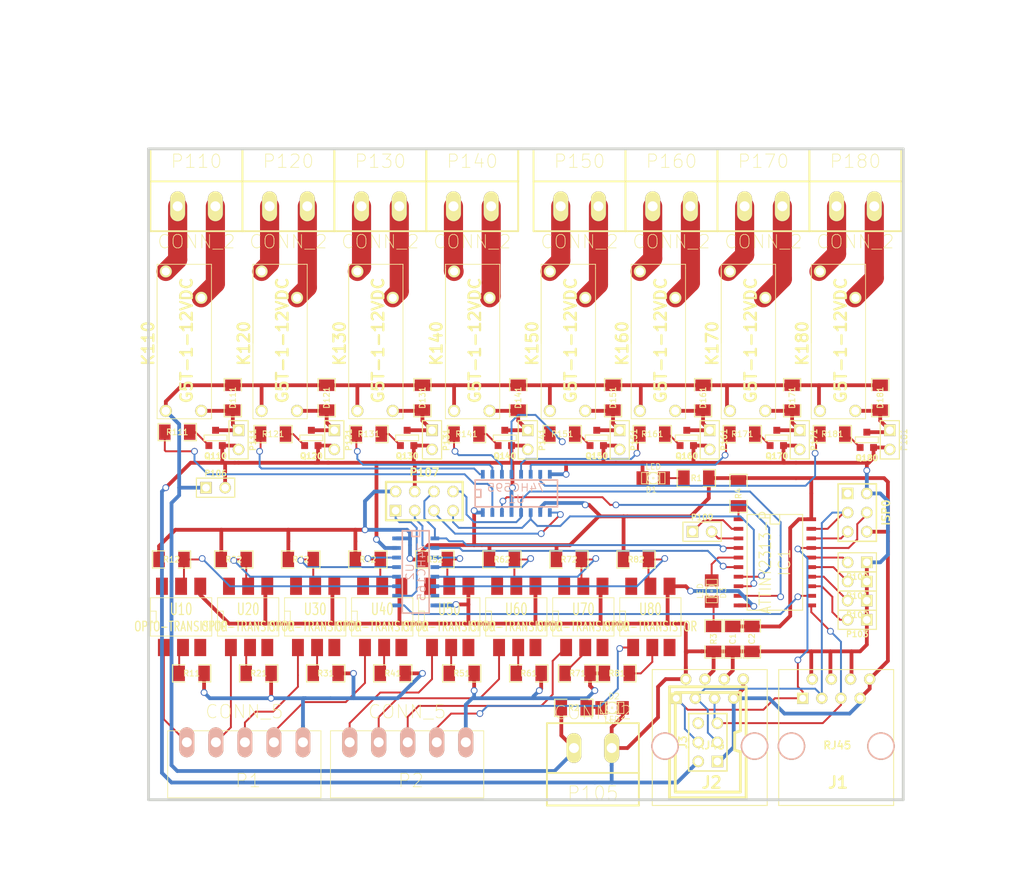
<source format=kicad_pcb>
(kicad_pcb (version 3) (host pcbnew "(2012-nov-02)-testing")
  (title_block (title "4in4out I2C board") (rev 0) (company "XPLDUINO project") (comment 1 "GNU GPL v2") (comment 2 "Domotic Open Source "))
  (layers (15 Dessus signal) (0 Dessous signal))
  (net 0 "")
  (net 1 +12V)
  (net 2 +5V)
  (net 3 /230_110_1)
  (net 4 /230_110_2)
  (net 5 /230_120_1)
  (net 6 /230_120_2)
  (net 7 /230_130_1)
  (net 8 /230_130_2)
  (net 9 /230_140_1)
  (net 10 /230_140_2)
  (net 11 /230_150_1)
  (net 12 /230_150_2)
  (net 13 /230_160_1)
  (net 14 /230_160_2)
  (net 15 /230_170_1)
  (net 16 /230_170_2)
  (net 17 /230_180_1)
  (net 18 /230_180_2)
  (net 19 /C110)
  (net 20 /C120)
  (net 21 /C130)
  (net 22 /C140)
  (net 23 /C150)
  (net 24 /C160)
  (net 25 /C170)
  (net 26 /C180)
  (net 27 /INT)
  (net 28 A0)
  (net 29 A1)
  (net 30 A2)
  (net 31 A3)
  (net 32 CLK_IN)
  (net 33 CLK_OUT)
  (net 34 CMD0)
  (net 35 CMD1)
  (net 36 CMD2)
  (net 37 CMD3)
  (net 38 CMD4)
  (net 39 CMD5)
  (net 40 CMD6)
  (net 41 CMD7)
  (net 42 COM1)
  (net 43 COM2)
  (net 44 DATA_IN)
  (net 45 DATA_OUT)
  (net 46 DGND)
  (net 47 IN0)
  (net 48 IN1)
  (net 49 IN2)
  (net 50 IN3)
  (net 51 IN4)
  (net 52 IN5)
  (net 53 IN6)
  (net 54 IN7)
  (net 55 LATCH_IN)
  (net 56 LATCH_OUT)
  (net 57 MISO)
  (net 58 "MOSI(SDA)")
  (net 59 N-0000023)
  (net 60 N-0000024)
  (net 61 N-0000025)
  (net 62 N-0000026)
  (net 63 N-0000027)
  (net 64 N-0000028)
  (net 65 N-0000029)
  (net 66 N-0000030)
  (net 67 N-0000031)
  (net 68 N-0000032)
  (net 69 N-0000039)
  (net 70 N-0000040)
  (net 71 N-0000050)
  (net 72 N-0000051)
  (net 73 N-0000052)
  (net 74 N-0000053)
  (net 75 N-0000087)
  (net 76 N-0000090)
  (net 77 N-0000091)
  (net 78 N-0000096)
  (net 79 N-0000097)
  (net 80 OUT0)
  (net 81 OUT1)
  (net 82 OUT2)
  (net 83 OUT3)
  (net 84 OUT4)
  (net 85 OUT5)
  (net 86 OUT6)
  (net 87 OUT7)
  (net 88 RX)
  (net 89 "SCK(SCL)")
  (net 90 TX)
  (net 91 U1_OUT)
  (net 92 U2_IN)
  (module SOT23EBC (layer Dessus) (at 241.046 109.474 180)
    (fp_text reference Q150)
    (fp_text value NPN hide)
    (pad 1 smd rect (at -0.889 -1.016 180) (size 0.9144 0.9144) (layers Dessus Dessus.Pate Dessus.Masque) (net 46 DGND))
    (pad 2 smd rect (at 0.889 -1.016 180) (size 0.9144 0.9144) (layers Dessus Dessus.Pate Dessus.Masque) (net 69 N-0000039))
    (pad 3 smd rect (at 0 1.016 180) (size 0.9144 0.9144) (layers Dessus Dessus.Pate Dessus.Masque) (net 23 /C150))
  )
  (module SOT23EBC (layer Dessus) (at 252.984 109.474 180)
    (fp_text reference Q160)
    (fp_text value NPN hide)
    (pad 1 smd rect (at -0.889 -1.016 180) (size 0.9144 0.9144) (layers Dessus Dessus.Pate Dessus.Masque) (net 46 DGND))
    (pad 2 smd rect (at 0.889 -1.016 180) (size 0.9144 0.9144) (layers Dessus Dessus.Pate Dessus.Masque) (net 70 N-0000040))
    (pad 3 smd rect (at 0 1.016 180) (size 0.9144 0.9144) (layers Dessus Dessus.Pate Dessus.Masque) (net 24 /C160))
  )
  (module SOT23EBC (layer Dessus) (at 228.854 109.474 180)
    (fp_text reference Q140)
    (fp_text value NPN hide)
    (pad 1 smd rect (at -0.889 -1.016 180) (size 0.9144 0.9144) (layers Dessus Dessus.Pate Dessus.Masque) (net 46 DGND))
    (pad 2 smd rect (at 0.889 -1.016 180) (size 0.9144 0.9144) (layers Dessus Dessus.Pate Dessus.Masque) (net 71 N-0000050))
    (pad 3 smd rect (at 0 1.016 180) (size 0.9144 0.9144) (layers Dessus Dessus.Pate Dessus.Masque) (net 22 /C140))
  )
  (module SOT23EBC (layer Dessus) (at 264.922 109.474 180)
    (fp_text reference Q170)
    (fp_text value NPN hide)
    (pad 1 smd rect (at -0.889 -1.016 180) (size 0.9144 0.9144) (layers Dessus Dessus.Pate Dessus.Masque) (net 46 DGND))
    (pad 2 smd rect (at 0.889 -1.016 180) (size 0.9144 0.9144) (layers Dessus Dessus.Pate Dessus.Masque) (net 68 N-0000032))
    (pad 3 smd rect (at 0 1.016 180) (size 0.9144 0.9144) (layers Dessus Dessus.Pate Dessus.Masque) (net 25 /C170))
  )
  (module SOT23EBC (layer Dessus) (at 190.5 109.474 180)
    (fp_text reference Q110)
    (fp_text value NPN hide)
    (pad 1 smd rect (at -0.889 -1.016 180) (size 0.9144 0.9144) (layers Dessus Dessus.Pate Dessus.Masque) (net 46 DGND))
    (pad 2 smd rect (at 0.889 -1.016 180) (size 0.9144 0.9144) (layers Dessus Dessus.Pate Dessus.Masque) (net 73 N-0000052))
    (pad 3 smd rect (at 0 1.016 180) (size 0.9144 0.9144) (layers Dessus Dessus.Pate Dessus.Masque) (net 19 /C110))
  )
  (module SOT23EBC (layer Dessus) (at 215.9 109.474 180)
    (fp_text reference Q130)
    (fp_text value NPN hide)
    (pad 1 smd rect (at -0.889 -1.016 180) (size 0.9144 0.9144) (layers Dessus Dessus.Pate Dessus.Masque) (net 46 DGND))
    (pad 2 smd rect (at 0.889 -1.016 180) (size 0.9144 0.9144) (layers Dessus Dessus.Pate Dessus.Masque) (net 72 N-0000051))
    (pad 3 smd rect (at 0 1.016 180) (size 0.9144 0.9144) (layers Dessus Dessus.Pate Dessus.Masque) (net 21 /C130))
  )
  (module SOT23EBC (layer Dessus) (at 276.86 109.728 180)
    (fp_text reference Q180)
    (fp_text value NPN hide)
    (pad 1 smd rect (at -0.889 -1.016 180) (size 0.9144 0.9144) (layers Dessus Dessus.Pate Dessus.Masque) (net 46 DGND))
    (pad 2 smd rect (at 0.889 -1.016 180) (size 0.9144 0.9144) (layers Dessus Dessus.Pate Dessus.Masque) (net 67 N-0000031))
    (pad 3 smd rect (at 0 1.016 180) (size 0.9144 0.9144) (layers Dessus Dessus.Pate Dessus.Masque) (net 26 /C180))
  )
  (module SOT23EBC (layer Dessus) (at 203.2 109.474 180)
    (fp_text reference Q120)
    (fp_text value NPN hide)
    (pad 1 smd rect (at -0.889 -1.016 180) (size 0.9144 0.9144) (layers Dessus Dessus.Pate Dessus.Masque) (net 46 DGND))
    (pad 2 smd rect (at 0.889 -1.016 180) (size 0.9144 0.9144) (layers Dessus Dessus.Pate Dessus.Masque) (net 74 N-0000053))
    (pad 3 smd rect (at 0 1.016 180) (size 0.9144 0.9144) (layers Dessus Dessus.Pate Dessus.Masque) (net 20 /C120))
  )
  (module SO20L (layer Dessus) (at 264.668 125.984 270)
    (fp_text reference IC1)
    (fp_text value ATTINY2313-P)
    (pad 11 smd rect (at 5.715 -4.826 270) (size 0.508 1.27) (layers Dessus Dessus.Pate Dessus.Masque) (net 27 /INT))
    (pad 12 smd rect (at 4.445 -4.826 270) (size 0.508 1.27) (layers Dessus Dessus.Pate Dessus.Masque) (net 44 DATA_IN))
    (pad 13 smd rect (at 3.175 -4.826 270) (size 0.508 1.27) (layers Dessus Dessus.Pate Dessus.Masque) (net 28 A0))
    (pad 14 smd rect (at 1.905 -4.826 270) (size 0.508 1.27) (layers Dessus Dessus.Pate Dessus.Masque) (net 29 A1))
    (pad 15 smd rect (at 0.635 -4.826 270) (size 0.508 1.27) (layers Dessus Dessus.Pate Dessus.Masque) (net 30 A2))
    (pad 16 smd rect (at -0.635 -4.826 270) (size 0.508 1.27) (layers Dessus Dessus.Pate Dessus.Masque) (net 31 A3))
    (pad 17 smd rect (at -1.905 -4.826 270) (size 0.508 1.27) (layers Dessus Dessus.Pate Dessus.Masque) (net 58 "MOSI(SDA)"))
    (pad 18 smd rect (at -3.175 -4.826 270) (size 0.508 1.27) (layers Dessus Dessus.Pate Dessus.Masque) (net 57 MISO))
    (pad 19 smd rect (at -4.445 -4.826 270) (size 0.508 1.27) (layers Dessus Dessus.Pate Dessus.Masque) (net 89 "SCK(SCL)"))
    (pad 20 smd rect (at -5.715 -4.826 270) (size 0.508 1.27) (layers Dessus Dessus.Pate Dessus.Masque) (net 2 +5V))
    (pad 1 smd rect (at -5.715 4.826 270) (size 0.508 1.27) (layers Dessus Dessus.Pate Dessus.Masque) (net 75 N-0000087))
    (pad 2 smd rect (at -4.445 4.826 270) (size 0.508 1.27) (layers Dessus Dessus.Pate Dessus.Masque) (net 88 RX))
    (pad 3 smd rect (at -3.175 4.826 270) (size 0.508 1.27) (layers Dessus Dessus.Pate Dessus.Masque) (net 90 TX))
    (pad 4 smd rect (at -1.905 4.826 270) (size 0.508 1.27) (layers Dessus Dessus.Pate Dessus.Masque) (net 55 LATCH_IN))
    (pad 5 smd rect (at -0.635 4.826 270) (size 0.508 1.27) (layers Dessus Dessus.Pate Dessus.Masque) (net 76 N-0000090))
    (pad 6 smd rect (at 0.635 4.826 270) (size 0.508 1.27) (layers Dessus Dessus.Pate Dessus.Masque) (net 32 CLK_IN))
    (pad 7 smd rect (at 1.905 4.826 270) (size 0.508 1.27) (layers Dessus Dessus.Pate Dessus.Masque) (net 45 DATA_OUT))
    (pad 8 smd rect (at 3.175 4.826 270) (size 0.508 1.27) (layers Dessus Dessus.Pate Dessus.Masque) (net 33 CLK_OUT))
    (pad 9 smd rect (at 4.445 4.826 270) (size 0.508 1.27) (layers Dessus Dessus.Pate Dessus.Masque) (net 56 LATCH_OUT))
    (pad 10 smd rect (at 5.715 4.826 270) (size 0.508 1.27) (layers Dessus Dessus.Pate Dessus.Masque) (net 46 DGND))
  )
  (module SO16E (layer Dessous) (at 217.043 127.254 270)
    (fp_text reference U2)
    (fp_text value 74HC165)
    (pad 1 smd rect (at -4.445 -2.54 270) (size 0.508 1.143) (layers Dessous Dessous.Pate Dessous.Masque) (net 55 LATCH_IN))
    (pad 2 smd rect (at -3.175 -2.54 270) (size 0.508 1.143) (layers Dessous Dessous.Pate Dessous.Masque) (net 32 CLK_IN))
    (pad 3 smd rect (at -1.905 -2.54 270) (size 0.508 1.143) (layers Dessous Dessous.Pate Dessous.Masque) (net 38 CMD4))
    (pad 4 smd rect (at -0.635 -2.54 270) (size 0.508 1.143) (layers Dessous Dessous.Pate Dessous.Masque) (net 39 CMD5))
    (pad 5 smd rect (at 0.635 -2.54 270) (size 0.508 1.143) (layers Dessous Dessous.Pate Dessous.Masque) (net 40 CMD6))
    (pad 6 smd rect (at 1.905 -2.54 270) (size 0.508 1.143) (layers Dessous Dessous.Pate Dessous.Masque) (net 41 CMD7))
    (pad 7 smd rect (at 3.175 -2.54 270) (size 0.508 1.143) (layers Dessous Dessous.Pate Dessous.Masque))
    (pad 8 smd rect (at 4.445 -2.54 270) (size 0.508 1.143) (layers Dessous Dessous.Pate Dessous.Masque) (net 46 DGND))
    (pad 9 smd rect (at 4.445 2.54 270) (size 0.508 1.143) (layers Dessous Dessous.Pate Dessous.Masque) (net 44 DATA_IN))
    (pad 10 smd rect (at 3.175 2.54 270) (size 0.508 1.143) (layers Dessous Dessous.Pate Dessous.Masque) (net 92 U2_IN))
    (pad 11 smd rect (at 1.905 2.54 270) (size 0.508 1.143) (layers Dessous Dessous.Pate Dessous.Masque) (net 34 CMD0))
    (pad 12 smd rect (at 0.635 2.54 270) (size 0.508 1.143) (layers Dessous Dessous.Pate Dessous.Masque) (net 35 CMD1))
    (pad 13 smd rect (at -0.635 2.54 270) (size 0.508 1.143) (layers Dessous Dessous.Pate Dessous.Masque) (net 36 CMD2))
    (pad 14 smd rect (at -1.905 2.54 270) (size 0.508 1.143) (layers Dessous Dessous.Pate Dessous.Masque) (net 37 CMD3))
    (pad 15 smd rect (at -3.175 2.54 270) (size 0.508 1.143) (layers Dessous Dessous.Pate Dessous.Masque) (net 46 DGND))
    (pad 16 smd rect (at -4.445 2.54 270) (size 0.508 1.143) (layers Dessous Dessous.Pate Dessous.Masque) (net 2 +5V))
  )
  (module SO16E (layer Dessous) (at 230.378 116.84)
    (fp_text reference U1)
    (fp_text value 74HC595)
    (pad 1 smd rect (at -4.445 -2.54) (size 0.508 1.143) (layers Dessous Dessous.Pate Dessous.Masque) (net 81 OUT1))
    (pad 2 smd rect (at -3.175 -2.54) (size 0.508 1.143) (layers Dessous Dessous.Pate Dessous.Masque) (net 82 OUT2))
    (pad 3 smd rect (at -1.905 -2.54) (size 0.508 1.143) (layers Dessous Dessous.Pate Dessous.Masque) (net 83 OUT3))
    (pad 4 smd rect (at -0.635 -2.54) (size 0.508 1.143) (layers Dessous Dessous.Pate Dessous.Masque) (net 84 OUT4))
    (pad 5 smd rect (at 0.635 -2.54) (size 0.508 1.143) (layers Dessous Dessous.Pate Dessous.Masque) (net 85 OUT5))
    (pad 6 smd rect (at 1.905 -2.54) (size 0.508 1.143) (layers Dessous Dessous.Pate Dessous.Masque) (net 86 OUT6))
    (pad 7 smd rect (at 3.175 -2.54) (size 0.508 1.143) (layers Dessous Dessous.Pate Dessous.Masque) (net 87 OUT7))
    (pad 8 smd rect (at 4.445 -2.54) (size 0.508 1.143) (layers Dessous Dessous.Pate Dessous.Masque) (net 46 DGND))
    (pad 9 smd rect (at 4.445 2.54) (size 0.508 1.143) (layers Dessous Dessous.Pate Dessous.Masque) (net 91 U1_OUT))
    (pad 10 smd rect (at 3.175 2.54) (size 0.508 1.143) (layers Dessous Dessous.Pate Dessous.Masque) (net 2 +5V))
    (pad 11 smd rect (at 1.905 2.54) (size 0.508 1.143) (layers Dessous Dessous.Pate Dessous.Masque) (net 33 CLK_OUT))
    (pad 12 smd rect (at 0.635 2.54) (size 0.508 1.143) (layers Dessous Dessous.Pate Dessous.Masque) (net 56 LATCH_OUT))
    (pad 13 smd rect (at -0.635 2.54) (size 0.508 1.143) (layers Dessous Dessous.Pate Dessous.Masque) (net 46 DGND))
    (pad 14 smd rect (at -1.905 2.54) (size 0.508 1.143) (layers Dessous Dessous.Pate Dessous.Masque) (net 45 DATA_OUT))
    (pad 15 smd rect (at -3.175 2.54) (size 0.508 1.143) (layers Dessous Dessous.Pate Dessous.Masque) (net 80 OUT0))
    (pad 16 smd rect (at -4.445 2.54) (size 0.508 1.143) (layers Dessous Dessous.Pate Dessous.Masque) (net 2 +5V))
  )
  (module SM1206 (layer Dessus) (at 238.506 140.716)
    (fp_text reference R71)
    (fp_text value R hide)
    (pad 1 smd rect (at -1.651 0) (size 1.524 2.032) (layers Dessus Dessus.Pate Dessus.Masque) (net 66 N-0000030))
    (pad 2 smd rect (at 1.651 0) (size 1.524 2.032) (layers Dessus Dessus.Pate Dessus.Masque) (net 43 COM2))
  )
  (module SM1206 (layer Dessus) (at 243.205 104.14 90)
    (fp_text reference D151)
    (fp_text value DIODE hide)
    (pad 1 smd rect (at -1.651 0 90) (size 1.524 2.032) (layers Dessus Dessus.Pate Dessus.Masque) (net 23 /C150))
    (pad 2 smd rect (at 1.651 0 90) (size 1.524 2.032) (layers Dessus Dessus.Pate Dessus.Masque) (net 1 +12V))
  )
  (module SM1206 (layer Dessus) (at 223.774 108.966)
    (fp_text reference R141)
    (fp_text value R hide)
    (pad 1 smd rect (at -1.651 0) (size 1.524 2.032) (layers Dessus Dessus.Pate Dessus.Masque) (net 83 OUT3))
    (pad 2 smd rect (at 1.651 0) (size 1.524 2.032) (layers Dessus Dessus.Pate Dessus.Masque) (net 71 N-0000050))
  )
  (module SM1206 (layer Dessus) (at 232.029 140.716)
    (fp_text reference R61)
    (fp_text value R hide)
    (pad 1 smd rect (at -1.651 0) (size 1.524 2.032) (layers Dessus Dessus.Pate Dessus.Masque) (net 65 N-0000029))
    (pad 2 smd rect (at 1.651 0) (size 1.524 2.032) (layers Dessus Dessus.Pate Dessus.Masque) (net 43 COM2))
  )
  (module SM1206 (layer Dessus) (at 230.632 104.14 90)
    (fp_text reference D141)
    (fp_text value DIODE hide)
    (pad 1 smd rect (at -1.651 0 90) (size 1.524 2.032) (layers Dessus Dessus.Pate Dessus.Masque) (net 22 /C140))
    (pad 2 smd rect (at 1.651 0 90) (size 1.524 2.032) (layers Dessus Dessus.Pate Dessus.Masque) (net 1 +12V))
  )
  (module SM1206 (layer Dessus) (at 205.232 104.14 90)
    (fp_text reference D121)
    (fp_text value DIODE hide)
    (pad 1 smd rect (at -1.651 0 90) (size 1.524 2.032) (layers Dessus Dessus.Pate Dessus.Masque) (net 20 /C120))
    (pad 2 smd rect (at 1.651 0 90) (size 1.524 2.032) (layers Dessus Dessus.Pate Dessus.Masque) (net 1 +12V))
  )
  (module SM1206 (layer Dessus) (at 210.82 108.966)
    (fp_text reference R131)
    (fp_text value R hide)
    (pad 1 smd rect (at -1.651 0) (size 1.524 2.032) (layers Dessus Dessus.Pate Dessus.Masque) (net 82 OUT2))
    (pad 2 smd rect (at 1.651 0) (size 1.524 2.032) (layers Dessus Dessus.Pate Dessus.Masque) (net 72 N-0000051))
  )
  (module SM1206 (layer Dessus) (at 217.932 104.14 90)
    (fp_text reference D131)
    (fp_text value DIODE hide)
    (pad 1 smd rect (at -1.651 0 90) (size 1.524 2.032) (layers Dessus Dessus.Pate Dessus.Masque) (net 21 /C130))
    (pad 2 smd rect (at 1.651 0 90) (size 1.524 2.032) (layers Dessus Dessus.Pate Dessus.Masque) (net 1 +12V))
  )
  (module SM1206 (layer Dessus) (at 243.713 140.716 180)
    (fp_text reference R81)
    (fp_text value R hide)
    (pad 1 smd rect (at -1.651 0 180) (size 1.524 2.032) (layers Dessus Dessus.Pate Dessus.Masque) (net 59 N-0000023))
    (pad 2 smd rect (at 1.651 0 180) (size 1.524 2.032) (layers Dessus Dessus.Pate Dessus.Masque) (net 43 COM2))
  )
  (module SM1206 (layer Dessus) (at 255.143 104.14 90)
    (fp_text reference D161)
    (fp_text value DIODE hide)
    (pad 1 smd rect (at -1.651 0 90) (size 1.524 2.032) (layers Dessus Dessus.Pate Dessus.Masque) (net 24 /C160))
    (pad 2 smd rect (at 1.651 0 90) (size 1.524 2.032) (layers Dessus Dessus.Pate Dessus.Masque) (net 1 +12V))
  )
  (module SM1206 (layer Dessus) (at 198.12 108.966)
    (fp_text reference R121)
    (fp_text value R hide)
    (pad 1 smd rect (at -1.651 0) (size 1.524 2.032) (layers Dessus Dessus.Pate Dessus.Masque) (net 81 OUT1))
    (pad 2 smd rect (at 1.651 0) (size 1.524 2.032) (layers Dessus Dessus.Pate Dessus.Masque) (net 74 N-0000053))
  )
  (module SM1206 (layer Dessus) (at 272.288 108.966)
    (fp_text reference R181)
    (fp_text value R hide)
    (pad 1 smd rect (at -1.651 0) (size 1.524 2.032) (layers Dessus Dessus.Pate Dessus.Masque) (net 87 OUT7))
    (pad 2 smd rect (at 1.651 0) (size 1.524 2.032) (layers Dessus Dessus.Pate Dessus.Masque) (net 67 N-0000031))
  )
  (module SM1206 (layer Dessus) (at 246.253 125.603)
    (fp_text reference R82)
    (fp_text value R hide)
    (pad 1 smd rect (at -1.651 0) (size 1.524 2.032) (layers Dessus Dessus.Pate Dessus.Masque) (net 2 +5V))
    (pad 2 smd rect (at 1.651 0) (size 1.524 2.032) (layers Dessus Dessus.Pate Dessus.Masque) (net 41 CMD7))
  )
  (module SM1206 (layer Dessus) (at 237.363 125.603)
    (fp_text reference R72)
    (fp_text value R hide)
    (pad 1 smd rect (at -1.651 0) (size 1.524 2.032) (layers Dessus Dessus.Pate Dessus.Masque) (net 2 +5V))
    (pad 2 smd rect (at 1.651 0) (size 1.524 2.032) (layers Dessus Dessus.Pate Dessus.Masque) (net 40 CMD6))
  )
  (module SM1206 (layer Dessus) (at 228.473 125.603)
    (fp_text reference R62)
    (fp_text value R hide)
    (pad 1 smd rect (at -1.651 0) (size 1.524 2.032) (layers Dessus Dessus.Pate Dessus.Masque) (net 2 +5V))
    (pad 2 smd rect (at 1.651 0) (size 1.524 2.032) (layers Dessus Dessus.Pate Dessus.Masque) (net 39 CMD5))
  )
  (module SM1206 (layer Dessus) (at 219.583 125.603)
    (fp_text reference R52)
    (fp_text value R hide)
    (pad 1 smd rect (at -1.651 0) (size 1.524 2.032) (layers Dessus Dessus.Pate Dessus.Masque) (net 2 +5V))
    (pad 2 smd rect (at 1.651 0) (size 1.524 2.032) (layers Dessus Dessus.Pate Dessus.Masque) (net 38 CMD4))
  )
  (module SM1206 (layer Dessus) (at 210.693 125.603)
    (fp_text reference R42)
    (fp_text value R hide)
    (pad 1 smd rect (at -1.651 0) (size 1.524 2.032) (layers Dessus Dessus.Pate Dessus.Masque) (net 2 +5V))
    (pad 2 smd rect (at 1.651 0) (size 1.524 2.032) (layers Dessus Dessus.Pate Dessus.Masque) (net 37 CMD3))
  )
  (module SM1206 (layer Dessus) (at 201.803 125.603)
    (fp_text reference R32)
    (fp_text value R hide)
    (pad 1 smd rect (at -1.651 0) (size 1.524 2.032) (layers Dessus Dessus.Pate Dessus.Masque) (net 2 +5V))
    (pad 2 smd rect (at 1.651 0) (size 1.524 2.032) (layers Dessus Dessus.Pate Dessus.Masque) (net 36 CMD2))
  )
  (module SM1206 (layer Dessus) (at 192.913 125.603)
    (fp_text reference R22)
    (fp_text value R hide)
    (pad 1 smd rect (at -1.651 0) (size 1.524 2.032) (layers Dessus Dessus.Pate Dessus.Masque) (net 2 +5V))
    (pad 2 smd rect (at 1.651 0) (size 1.524 2.032) (layers Dessus Dessus.Pate Dessus.Masque) (net 35 CMD1))
  )
  (module SM1206 (layer Dessus) (at 184.658 125.603)
    (fp_text reference R12)
    (fp_text value R hide)
    (pad 1 smd rect (at -1.651 0) (size 1.524 2.032) (layers Dessus Dessus.Pate Dessus.Masque) (net 2 +5V))
    (pad 2 smd rect (at 1.651 0) (size 1.524 2.032) (layers Dessus Dessus.Pate Dessus.Masque) (net 34 CMD0))
  )
  (module SM1206 (layer Dessus) (at 236.474 108.966)
    (fp_text reference R151)
    (fp_text value R hide)
    (pad 1 smd rect (at -1.651 0) (size 1.524 2.032) (layers Dessus Dessus.Pate Dessus.Masque) (net 84 OUT4))
    (pad 2 smd rect (at 1.651 0) (size 1.524 2.032) (layers Dessus Dessus.Pate Dessus.Masque) (net 69 N-0000039))
  )
  (module SM1206 (layer Dessus) (at 278.638 104.14 90)
    (fp_text reference D181)
    (fp_text value DIODE hide)
    (pad 1 smd rect (at -1.651 0 90) (size 1.524 2.032) (layers Dessus Dessus.Pate Dessus.Masque) (net 26 /C180))
    (pad 2 smd rect (at 1.651 0 90) (size 1.524 2.032) (layers Dessus Dessus.Pate Dessus.Masque) (net 1 +12V))
  )
  (module SM1206 (layer Dessus) (at 260.35 108.966)
    (fp_text reference R171)
    (fp_text value R hide)
    (pad 1 smd rect (at -1.651 0) (size 1.524 2.032) (layers Dessus Dessus.Pate Dessus.Masque) (net 86 OUT6))
    (pad 2 smd rect (at 1.651 0) (size 1.524 2.032) (layers Dessus Dessus.Pate Dessus.Masque) (net 68 N-0000032))
  )
  (module SM1206 (layer Dessus) (at 266.954 104.14 90)
    (fp_text reference D171)
    (fp_text value DIODE hide)
    (pad 1 smd rect (at -1.651 0 90) (size 1.524 2.032) (layers Dessus Dessus.Pate Dessus.Masque) (net 25 /C170))
    (pad 2 smd rect (at 1.651 0 90) (size 1.524 2.032) (layers Dessus Dessus.Pate Dessus.Masque) (net 1 +12V))
  )
  (module SM1206 (layer Dessus) (at 248.412 108.966)
    (fp_text reference R161)
    (fp_text value R hide)
    (pad 1 smd rect (at -1.651 0) (size 1.524 2.032) (layers Dessus Dessus.Pate Dessus.Masque) (net 85 OUT5))
    (pad 2 smd rect (at 1.651 0) (size 1.524 2.032) (layers Dessus Dessus.Pate Dessus.Masque) (net 70 N-0000040))
  )
  (module SM1206 (layer Dessus) (at 213.995 140.716)
    (fp_text reference R41)
    (fp_text value R hide)
    (pad 1 smd rect (at -1.651 0) (size 1.524 2.032) (layers Dessus Dessus.Pate Dessus.Masque) (net 63 N-0000027))
    (pad 2 smd rect (at 1.651 0) (size 1.524 2.032) (layers Dessus Dessus.Pate Dessus.Masque) (net 42 COM1))
  )
  (module SM1206 (layer Dessus) (at 196.215 140.716)
    (fp_text reference R21)
    (fp_text value R hide)
    (pad 1 smd rect (at -1.651 0) (size 1.524 2.032) (layers Dessus Dessus.Pate Dessus.Masque) (net 61 N-0000025))
    (pad 2 smd rect (at 1.651 0) (size 1.524 2.032) (layers Dessus Dessus.Pate Dessus.Masque) (net 42 COM1))
  )
  (module SM1206 (layer Dessus) (at 254.254 114.808 180)
    (fp_text reference R1)
    (fp_text value R hide)
    (pad 1 smd rect (at -1.651 0 180) (size 1.524 2.032) (layers Dessus Dessus.Pate Dessus.Masque) (net 2 +5V))
    (pad 2 smd rect (at 1.651 0 180) (size 1.524 2.032) (layers Dessus Dessus.Pate Dessus.Masque) (net 79 N-0000097))
  )
  (module SM1206 (layer Dessus) (at 205.105 140.716)
    (fp_text reference R31)
    (fp_text value R hide)
    (pad 1 smd rect (at -1.651 0) (size 1.524 2.032) (layers Dessus Dessus.Pate Dessus.Masque) (net 62 N-0000026))
    (pad 2 smd rect (at 1.651 0) (size 1.524 2.032) (layers Dessus Dessus.Pate Dessus.Masque) (net 42 COM1))
  )
  (module SM1206 (layer Dessus) (at 237.998 145.288)
    (fp_text reference R2)
    (fp_text value R hide)
    (pad 1 smd rect (at -1.651 0) (size 1.524 2.032) (layers Dessus Dessus.Pate Dessus.Masque) (net 1 +12V))
    (pad 2 smd rect (at 1.651 0) (size 1.524 2.032) (layers Dessus Dessus.Pate Dessus.Masque) (net 78 N-0000096))
  )
  (module SM1206 (layer Dessus) (at 259.08 136.144 270)
    (fp_text reference C1)
    (fp_text value C hide)
    (pad 1 smd rect (at -1.651 0 270) (size 1.524 2.032) (layers Dessus Dessus.Pate Dessus.Masque) (net 2 +5V))
    (pad 2 smd rect (at 1.651 0 270) (size 1.524 2.032) (layers Dessus Dessus.Pate Dessus.Masque) (net 46 DGND))
  )
  (module SM1206 (layer Dessus) (at 261.62 136.144 270)
    (fp_text reference C2)
    (fp_text value C hide)
    (pad 1 smd rect (at -1.651 0 270) (size 1.524 2.032) (layers Dessus Dessus.Pate Dessus.Masque) (net 2 +5V))
    (pad 2 smd rect (at 1.651 0 270) (size 1.524 2.032) (layers Dessus Dessus.Pate Dessus.Masque) (net 46 DGND))
  )
  (module SM1206 (layer Dessus) (at 256.54 136.144 270)
    (fp_text reference R3)
    (fp_text value R hide)
    (pad 1 smd rect (at -1.651 0 270) (size 1.524 2.032) (layers Dessus Dessus.Pate Dessus.Masque) (net 77 N-0000091))
    (pad 2 smd rect (at 1.651 0 270) (size 1.524 2.032) (layers Dessus Dessus.Pate Dessus.Masque) (net 46 DGND))
  )
  (module SM1206 (layer Dessus) (at 185.42 108.712)
    (fp_text reference R111)
    (fp_text value R hide)
    (pad 1 smd rect (at -1.651 0) (size 1.524 2.032) (layers Dessus Dessus.Pate Dessus.Masque) (net 80 OUT0))
    (pad 2 smd rect (at 1.651 0) (size 1.524 2.032) (layers Dessus Dessus.Pate Dessus.Masque) (net 73 N-0000052))
  )
  (module SM1206 (layer Dessus) (at 259.842 116.84 270)
    (fp_text reference R4)
    (fp_text value R hide)
    (pad 1 smd rect (at -1.651 0 270) (size 1.524 2.032) (layers Dessus Dessus.Pate Dessus.Masque) (net 2 +5V))
    (pad 2 smd rect (at 1.651 0 270) (size 1.524 2.032) (layers Dessus Dessus.Pate Dessus.Masque) (net 75 N-0000087))
  )
  (module SM1206 (layer Dessus) (at 223.139 140.716)
    (fp_text reference R51)
    (fp_text value R hide)
    (pad 1 smd rect (at -1.651 0) (size 1.524 2.032) (layers Dessus Dessus.Pate Dessus.Masque) (net 64 N-0000028))
    (pad 2 smd rect (at 1.651 0) (size 1.524 2.032) (layers Dessus Dessus.Pate Dessus.Masque) (net 43 COM2))
  )
  (module SM1206 (layer Dessus) (at 187.325 140.716)
    (fp_text reference R11)
    (fp_text value R hide)
    (pad 1 smd rect (at -1.651 0) (size 1.524 2.032) (layers Dessus Dessus.Pate Dessus.Masque) (net 60 N-0000024))
    (pad 2 smd rect (at 1.651 0) (size 1.524 2.032) (layers Dessus Dessus.Pate Dessus.Masque) (net 42 COM1))
  )
  (module RJ45_8 (layer Dessus) (at 272.796 150.368)
    (fp_text reference J1)
    (fp_text value RJ45)
    (pad Hole np_thru_hole circle (at 5.93852 0) (size 3.64998 3.64998) (drill 3.251199) (layers *.Cu *.SilkS *.Mask))
    (pad Hole np_thru_hole circle (at -5.9309 0) (size 3.64998 3.64998) (drill 3.251199) (layers *.Cu *.SilkS *.Mask))
    (pad 1 thru_hole rect (at -4.445 -6.35) (size 1.50114 1.50114) (drill 0.899159) (layers *.Cu *.Mask Dessus.SilkS) (net 58 "MOSI(SDA)"))
    (pad 2 thru_hole circle (at -3.175 -8.89) (size 1.50114 1.50114) (drill 0.899159) (layers *.Cu *.Mask Dessus.SilkS) (net 46 DGND))
    (pad 3 thru_hole circle (at -1.905 -6.35) (size 1.50114 1.50114) (drill 0.899159) (layers *.Cu *.Mask Dessus.SilkS) (net 89 "SCK(SCL)"))
    (pad 4 thru_hole circle (at -0.635 -8.89) (size 1.50114 1.50114) (drill 0.899159) (layers *.Cu *.Mask Dessus.SilkS) (net 46 DGND))
    (pad 5 thru_hole circle (at 0.635 -6.35) (size 1.50114 1.50114) (drill 0.899159) (layers *.Cu *.Mask Dessus.SilkS) (net 27 /INT))
    (pad 6 thru_hole circle (at 1.905 -8.89) (size 1.50114 1.50114) (drill 0.899159) (layers *.Cu *.Mask Dessus.SilkS) (net 46 DGND))
    (pad 7 thru_hole circle (at 3.175 -6.35) (size 1.50114 1.50114) (drill 0.899159) (layers *.Cu *.Mask Dessus.SilkS) (net 2 +5V))
    (pad 8 thru_hole circle (at 4.445 -8.89) (size 1.50114 1.50114) (drill 0.899159) (layers *.Cu *.Mask Dessus.SilkS) (net 2 +5V))
  )
  (module RJ45_8 (layer Dessus) (at 256.032 150.368)
    (fp_text reference J2)
    (fp_text value RJ45)
    (pad Hole np_thru_hole circle (at 5.93852 0) (size 3.64998 3.64998) (drill 3.251199) (layers *.Cu *.SilkS *.Mask))
    (pad Hole np_thru_hole circle (at -5.9309 0) (size 3.64998 3.64998) (drill 3.251199) (layers *.Cu *.SilkS *.Mask))
    (pad 1 thru_hole rect (at -4.445 -6.35) (size 1.50114 1.50114) (drill 0.899159) (layers *.Cu *.Mask Dessus.SilkS) (net 58 "MOSI(SDA)"))
    (pad 2 thru_hole circle (at -3.175 -8.89) (size 1.50114 1.50114) (drill 0.899159) (layers *.Cu *.Mask Dessus.SilkS) (net 46 DGND))
    (pad 3 thru_hole circle (at -1.905 -6.35) (size 1.50114 1.50114) (drill 0.899159) (layers *.Cu *.Mask Dessus.SilkS) (net 89 "SCK(SCL)"))
    (pad 4 thru_hole circle (at -0.635 -8.89) (size 1.50114 1.50114) (drill 0.899159) (layers *.Cu *.Mask Dessus.SilkS) (net 46 DGND))
    (pad 5 thru_hole circle (at 0.635 -6.35) (size 1.50114 1.50114) (drill 0.899159) (layers *.Cu *.Mask Dessus.SilkS) (net 27 /INT))
    (pad 6 thru_hole circle (at 1.905 -8.89) (size 1.50114 1.50114) (drill 0.899159) (layers *.Cu *.Mask Dessus.SilkS) (net 46 DGND))
    (pad 7 thru_hole circle (at 3.175 -6.35) (size 1.50114 1.50114) (drill 0.899159) (layers *.Cu *.Mask Dessus.SilkS) (net 2 +5V))
    (pad 8 thru_hole circle (at 4.445 -8.89) (size 1.50114 1.50114) (drill 0.899159) (layers *.Cu *.Mask Dessus.SilkS) (net 2 +5V))
  )
  (module PIN_ARRAY_2X1 (layer Dessus) (at 275.59 131.064 180)
    (fp_text reference P102)
    (fp_text value CONN_2 hide)
    (pad 1 thru_hole rect (at -1.27 0 180) (size 1.524 1.524) (drill 1.016) (layers *.Cu *.Mask Dessus.SilkS) (net 46 DGND))
    (pad 2 thru_hole circle (at 1.27 0 180) (size 1.524 1.524) (drill 1.016) (layers *.Cu *.Mask Dessus.SilkS) (net 29 A1))
  )
  (module PIN_ARRAY_2X1 (layer Dessus) (at 190.5 116.078)
    (fp_text reference P106)
    (fp_text value CONN_2 hide)
    (pad 1 thru_hole rect (at -1.27 0) (size 1.524 1.524) (drill 1.016) (layers *.Cu *.Mask Dessus.SilkS) (net 1 +12V))
    (pad 2 thru_hole circle (at 1.27 0) (size 1.524 1.524) (drill 1.016) (layers *.Cu *.Mask Dessus.SilkS) (net 46 DGND))
  )
  (module PIN_ARRAY_2X1 (layer Dessus) (at 275.59 133.604 180)
    (fp_text reference P103)
    (fp_text value CONN_2 hide)
    (pad 1 thru_hole rect (at -1.27 0 180) (size 1.524 1.524) (drill 1.016) (layers *.Cu *.Mask Dessus.SilkS) (net 46 DGND))
    (pad 2 thru_hole circle (at 1.27 0 180) (size 1.524 1.524) (drill 1.016) (layers *.Cu *.Mask Dessus.SilkS) (net 28 A0))
  )
  (module PIN_ARRAY_2X1 (layer Dessus) (at 275.59 128.524 180)
    (fp_text reference P101)
    (fp_text value CONN_2 hide)
    (pad 1 thru_hole rect (at -1.27 0 180) (size 1.524 1.524) (drill 1.016) (layers *.Cu *.Mask Dessus.SilkS) (net 46 DGND))
    (pad 2 thru_hole circle (at 1.27 0 180) (size 1.524 1.524) (drill 1.016) (layers *.Cu *.Mask Dessus.SilkS) (net 30 A2))
  )
  (module PIN_ARRAY_2X1 (layer Dessus) (at 275.59 125.984 180)
    (fp_text reference P100)
    (fp_text value CONN_2 hide)
    (pad 1 thru_hole rect (at -1.27 0 180) (size 1.524 1.524) (drill 1.016) (layers *.Cu *.Mask Dessus.SilkS) (net 46 DGND))
    (pad 2 thru_hole circle (at 1.27 0 180) (size 1.524 1.524) (drill 1.016) (layers *.Cu *.Mask Dessus.SilkS) (net 31 A3))
  )
  (module PIN_ARRAY_2X1 (layer Dessus) (at 255.016 121.92)
    (fp_text reference P109)
    (fp_text value CONN_2 hide)
    (pad 1 thru_hole rect (at -1.27 0) (size 1.524 1.524) (drill 1.016) (layers *.Cu *.Mask Dessus.SilkS) (net 88 RX))
    (pad 2 thru_hole circle (at 1.27 0) (size 1.524 1.524) (drill 1.016) (layers *.Cu *.Mask Dessus.SilkS) (net 90 TX))
  )
  (module MOL_CONN_2_VH (layer Dessus) (at 263.144 78.74 180)
    (fp_text reference P170)
    (fp_text value CONN_2)
    (pad 1 thru_hole oval (at -2.5146 0 180) (size 1.9812 3.9624) (drill 1.320799) (layers *.Cu *.Mask Dessus.Pate Dessus.SilkS) (net 15 /230_170_1))
    (pad 2 thru_hole oval (at 2.4892 0 180) (size 1.9812 3.9624) (drill 1.320799) (layers *.Cu *.Mask Dessus.Pate Dessus.SilkS) (net 16 /230_170_2))
  )
  (module MOL_CONN_2_VH (layer Dessus) (at 275.336 78.74 180)
    (fp_text reference P180)
    (fp_text value CONN_2)
    (pad 1 thru_hole oval (at -2.5146 0 180) (size 1.9812 3.9624) (drill 1.320799) (layers *.Cu *.Mask Dessus.Pate Dessus.SilkS) (net 17 /230_180_1))
    (pad 2 thru_hole oval (at 2.4892 0 180) (size 1.9812 3.9624) (drill 1.320799) (layers *.Cu *.Mask Dessus.Pate Dessus.SilkS) (net 18 /230_180_2))
  )
  (module MOL_CONN_2_VH (layer Dessus) (at 250.952 78.74 180)
    (fp_text reference P160)
    (fp_text value CONN_2)
    (pad 1 thru_hole oval (at -2.5146 0 180) (size 1.9812 3.9624) (drill 1.320799) (layers *.Cu *.Mask Dessus.Pate Dessus.SilkS) (net 13 /230_160_1))
    (pad 2 thru_hole oval (at 2.4892 0 180) (size 1.9812 3.9624) (drill 1.320799) (layers *.Cu *.Mask Dessus.Pate Dessus.SilkS) (net 14 /230_160_2))
  )
  (module MOL_CONN_2_VH (layer Dessus) (at 187.96 78.74 180)
    (fp_text reference P110)
    (fp_text value CONN_2)
    (pad 1 thru_hole oval (at -2.5146 0 180) (size 1.9812 3.9624) (drill 1.320799) (layers *.Cu *.Mask Dessus.Pate Dessus.SilkS) (net 3 /230_110_1))
    (pad 2 thru_hole oval (at 2.4892 0 180) (size 1.9812 3.9624) (drill 1.320799) (layers *.Cu *.Mask Dessus.Pate Dessus.SilkS) (net 4 /230_110_2))
  )
  (module MOL_CONN_2_VH (layer Dessus) (at 238.76 78.74 180)
    (fp_text reference P150)
    (fp_text value CONN_2)
    (pad 1 thru_hole oval (at -2.5146 0 180) (size 1.9812 3.9624) (drill 1.320799) (layers *.Cu *.Mask Dessus.Pate Dessus.SilkS) (net 11 /230_150_1))
    (pad 2 thru_hole oval (at 2.4892 0 180) (size 1.9812 3.9624) (drill 1.320799) (layers *.Cu *.Mask Dessus.Pate Dessus.SilkS) (net 12 /230_150_2))
  )
  (module MOL_CONN_2_VH (layer Dessus) (at 200.152 78.74 180)
    (fp_text reference P120)
    (fp_text value CONN_2)
    (pad 1 thru_hole oval (at -2.5146 0 180) (size 1.9812 3.9624) (drill 1.320799) (layers *.Cu *.Mask Dessus.Pate Dessus.SilkS) (net 5 /230_120_1))
    (pad 2 thru_hole oval (at 2.4892 0 180) (size 1.9812 3.9624) (drill 1.320799) (layers *.Cu *.Mask Dessus.Pate Dessus.SilkS) (net 6 /230_120_2))
  )
  (module MOL_CONN_2_VH (layer Dessus) (at 212.344 78.74 180)
    (fp_text reference P130)
    (fp_text value CONN_2)
    (pad 1 thru_hole oval (at -2.5146 0 180) (size 1.9812 3.9624) (drill 1.320799) (layers *.Cu *.Mask Dessus.Pate Dessus.SilkS) (net 7 /230_130_1))
    (pad 2 thru_hole oval (at 2.4892 0 180) (size 1.9812 3.9624) (drill 1.320799) (layers *.Cu *.Mask Dessus.Pate Dessus.SilkS) (net 8 /230_130_2))
  )
  (module MOL_CONN_2_VH (layer Dessus) (at 224.536 78.74 180)
    (fp_text reference P140)
    (fp_text value CONN_2)
    (pad 1 thru_hole oval (at -2.5146 0 180) (size 1.9812 3.9624) (drill 1.320799) (layers *.Cu *.Mask Dessus.Pate Dessus.SilkS) (net 9 /230_140_1))
    (pad 2 thru_hole oval (at 2.4892 0 180) (size 1.9812 3.9624) (drill 1.320799) (layers *.Cu *.Mask Dessus.Pate Dessus.SilkS) (net 10 /230_140_2))
  )
  (module LED-1206 (layer Dessus) (at 256.286 129.794 270)
    (fp_text reference D3)
    (fp_text value LED)
    (pad 1 smd rect (at -1.41986 0 270) (size 1.59766 1.80086) (layers Dessus Dessus.Pate Dessus.Masque) (net 76 N-0000090))
    (pad 2 smd rect (at 1.41986 0 270) (size 1.59766 1.80086) (layers Dessus Dessus.Pate Dessus.Masque) (net 77 N-0000091))
  )
  (module LED-1206 (layer Dessus) (at 243.078 145.288)
    (fp_text reference D2)
    (fp_text value LED)
    (pad 1 smd rect (at -1.41986 0) (size 1.59766 1.80086) (layers Dessus Dessus.Pate Dessus.Masque) (net 78 N-0000096))
    (pad 2 smd rect (at 1.41986 0) (size 1.59766 1.80086) (layers Dessus Dessus.Pate Dessus.Masque) (net 46 DGND))
  )
  (module LED-1206 (layer Dessus) (at 248.539 114.808 180)
    (fp_text reference D1)
    (fp_text value LED)
    (pad 1 smd rect (at -1.41986 0 180) (size 1.59766 1.80086) (layers Dessus Dessus.Pate Dessus.Masque) (net 79 N-0000097))
    (pad 2 smd rect (at 1.41986 0 180) (size 1.59766 1.80086) (layers Dessus Dessus.Pate Dessus.Masque) (net 46 DGND))
  )
  (module HE10-6 (layer Dessus) (at 255.778 149.86 90)
    (fp_text reference J3)
    (fp_text value CONN_6 hide)
    (pad 1 thru_hole rect (at -2.54 1.27 90) (size 1.524 1.524) (drill 1.016) (layers *.Cu *.Mask Dessus.SilkS) (net 2 +5V))
    (pad 2 thru_hole circle (at -2.54 -1.27 90) (size 1.524 1.524) (drill 1.016) (layers *.Cu *.Mask Dessus.SilkS) (net 46 DGND))
    (pad 3 thru_hole circle (at 0 1.27 90) (size 1.524 1.524) (drill 1.016) (layers *.Cu *.Mask Dessus.SilkS) (net 89 "SCK(SCL)"))
    (pad 4 thru_hole circle (at 0 -1.27 90) (size 1.524 1.524) (drill 1.016) (layers *.Cu *.Mask Dessus.SilkS) (net 58 "MOSI(SDA)"))
    (pad 5 thru_hole circle (at 2.54 1.27 90) (size 1.524 1.524) (drill 1.016) (layers *.Cu *.Mask Dessus.SilkS) (net 27 /INT))
    (pad 6 thru_hole circle (at 2.54 -1.27 90) (size 1.524 1.524) (drill 1.016) (layers *.Cu *.Mask Dessus.SilkS))
  )
  (module G5T-1-12VDC (layer Dessus) (at 233.68 106.934 90)
    (fp_text reference K150)
    (fp_text value G5T-1-12VDC)
    (pad 1 thru_hole circle (at 1.04902 1.15062 90) (size 1.6002 1.6002) (drill 1.09982) (layers *.Cu *.Mask Dessus.SilkS) (net 1 +12V))
    (pad 2 thru_hole circle (at 1.04902 5.84962 90) (size 1.6002 1.6002) (drill 1.09982) (layers *.Cu *.Mask Dessus.SilkS) (net 23 /C150))
    (pad 3 thru_hole circle (at 16.05026 5.84962 90) (size 1.6002 1.6002) (drill 1.09982) (layers *.Cu *.Mask Dessus.SilkS) (net 11 /230_150_1))
    (pad 4 thru_hole circle (at 19.55038 1.15062 90) (size 1.6002 1.6002) (drill 1.09982) (layers *.Cu *.Mask Dessus.SilkS) (net 12 /230_150_2))
  )
  (module G5T-1-12VDC (layer Dessus) (at 182.753 106.934 90)
    (fp_text reference K110)
    (fp_text value G5T-1-12VDC)
    (pad 1 thru_hole circle (at 1.04902 1.15062 90) (size 1.6002 1.6002) (drill 1.09982) (layers *.Cu *.Mask Dessus.SilkS) (net 1 +12V))
    (pad 2 thru_hole circle (at 1.04902 5.84962 90) (size 1.6002 1.6002) (drill 1.09982) (layers *.Cu *.Mask Dessus.SilkS) (net 19 /C110))
    (pad 3 thru_hole circle (at 16.05026 5.84962 90) (size 1.6002 1.6002) (drill 1.09982) (layers *.Cu *.Mask Dessus.SilkS) (net 3 /230_110_1))
    (pad 4 thru_hole circle (at 19.55038 1.15062 90) (size 1.6002 1.6002) (drill 1.09982) (layers *.Cu *.Mask Dessus.SilkS) (net 4 /230_110_2))
  )
  (module G5T-1-12VDC (layer Dessus) (at 195.453 106.934 90)
    (fp_text reference K120)
    (fp_text value G5T-1-12VDC)
    (pad 1 thru_hole circle (at 1.04902 1.15062 90) (size 1.6002 1.6002) (drill 1.09982) (layers *.Cu *.Mask Dessus.SilkS) (net 1 +12V))
    (pad 2 thru_hole circle (at 1.04902 5.84962 90) (size 1.6002 1.6002) (drill 1.09982) (layers *.Cu *.Mask Dessus.SilkS) (net 20 /C120))
    (pad 3 thru_hole circle (at 16.05026 5.84962 90) (size 1.6002 1.6002) (drill 1.09982) (layers *.Cu *.Mask Dessus.SilkS) (net 5 /230_120_1))
    (pad 4 thru_hole circle (at 19.55038 1.15062 90) (size 1.6002 1.6002) (drill 1.09982) (layers *.Cu *.Mask Dessus.SilkS) (net 6 /230_120_2))
  )
  (module G5T-1-12VDC (layer Dessus) (at 269.494 106.934 90)
    (fp_text reference K180)
    (fp_text value G5T-1-12VDC)
    (pad 1 thru_hole circle (at 1.04902 1.15062 90) (size 1.6002 1.6002) (drill 1.09982) (layers *.Cu *.Mask Dessus.SilkS) (net 1 +12V))
    (pad 2 thru_hole circle (at 1.04902 5.84962 90) (size 1.6002 1.6002) (drill 1.09982) (layers *.Cu *.Mask Dessus.SilkS) (net 26 /C180))
    (pad 3 thru_hole circle (at 16.05026 5.84962 90) (size 1.6002 1.6002) (drill 1.09982) (layers *.Cu *.Mask Dessus.SilkS) (net 17 /230_180_1))
    (pad 4 thru_hole circle (at 19.55038 1.15062 90) (size 1.6002 1.6002) (drill 1.09982) (layers *.Cu *.Mask Dessus.SilkS) (net 18 /230_180_2))
  )
  (module G5T-1-12VDC (layer Dessus) (at 208.153 106.934 90)
    (fp_text reference K130)
    (fp_text value G5T-1-12VDC)
    (pad 1 thru_hole circle (at 1.04902 1.15062 90) (size 1.6002 1.6002) (drill 1.09982) (layers *.Cu *.Mask Dessus.SilkS) (net 1 +12V))
    (pad 2 thru_hole circle (at 1.04902 5.84962 90) (size 1.6002 1.6002) (drill 1.09982) (layers *.Cu *.Mask Dessus.SilkS) (net 21 /C130))
    (pad 3 thru_hole circle (at 16.05026 5.84962 90) (size 1.6002 1.6002) (drill 1.09982) (layers *.Cu *.Mask Dessus.SilkS) (net 7 /230_130_1))
    (pad 4 thru_hole circle (at 19.55038 1.15062 90) (size 1.6002 1.6002) (drill 1.09982) (layers *.Cu *.Mask Dessus.SilkS) (net 8 /230_130_2))
  )
  (module G5T-1-12VDC (layer Dessus) (at 257.556 106.934 90)
    (fp_text reference K170)
    (fp_text value G5T-1-12VDC)
    (pad 1 thru_hole circle (at 1.04902 1.15062 90) (size 1.6002 1.6002) (drill 1.09982) (layers *.Cu *.Mask Dessus.SilkS) (net 1 +12V))
    (pad 2 thru_hole circle (at 1.04902 5.84962 90) (size 1.6002 1.6002) (drill 1.09982) (layers *.Cu *.Mask Dessus.SilkS) (net 25 /C170))
    (pad 3 thru_hole circle (at 16.05026 5.84962 90) (size 1.6002 1.6002) (drill 1.09982) (layers *.Cu *.Mask Dessus.SilkS) (net 15 /230_170_1))
    (pad 4 thru_hole circle (at 19.55038 1.15062 90) (size 1.6002 1.6002) (drill 1.09982) (layers *.Cu *.Mask Dessus.SilkS) (net 16 /230_170_2))
  )
  (module G5T-1-12VDC (layer Dessus) (at 220.98 106.934 90)
    (fp_text reference K140)
    (fp_text value G5T-1-12VDC)
    (pad 1 thru_hole circle (at 1.04902 1.15062 90) (size 1.6002 1.6002) (drill 1.09982) (layers *.Cu *.Mask Dessus.SilkS) (net 1 +12V))
    (pad 2 thru_hole circle (at 1.04902 5.84962 90) (size 1.6002 1.6002) (drill 1.09982) (layers *.Cu *.Mask Dessus.SilkS) (net 22 /C140))
    (pad 3 thru_hole circle (at 16.05026 5.84962 90) (size 1.6002 1.6002) (drill 1.09982) (layers *.Cu *.Mask Dessus.SilkS) (net 9 /230_140_1))
    (pad 4 thru_hole circle (at 19.55038 1.15062 90) (size 1.6002 1.6002) (drill 1.09982) (layers *.Cu *.Mask Dessus.SilkS) (net 10 /230_140_2))
  )
  (module G5T-1-12VDC (layer Dessus) (at 245.618 106.934 90)
    (fp_text reference K160)
    (fp_text value G5T-1-12VDC)
    (pad 1 thru_hole circle (at 1.04902 1.15062 90) (size 1.6002 1.6002) (drill 1.09982) (layers *.Cu *.Mask Dessus.SilkS) (net 1 +12V))
    (pad 2 thru_hole circle (at 1.04902 5.84962 90) (size 1.6002 1.6002) (drill 1.09982) (layers *.Cu *.Mask Dessus.SilkS) (net 24 /C160))
    (pad 3 thru_hole circle (at 16.05026 5.84962 90) (size 1.6002 1.6002) (drill 1.09982) (layers *.Cu *.Mask Dessus.SilkS) (net 13 /230_160_1))
    (pad 4 thru_hole circle (at 19.55038 1.15062 90) (size 1.6002 1.6002) (drill 1.09982) (layers *.Cu *.Mask Dessus.SilkS) (net 14 /230_160_2))
  )
  (module MOL_CONN_5_MINI (layer Dessus) (at 186.69 149.86)
    (fp_text reference P1)
    (fp_text value CONN_5)
    (pad 1 thru_hole oval (at 0 0) (size 1.9812 3.9624) (drill 1.320799) (layers *.Cu *.SilkS *.Mask Dessus.Pate) (net 47 IN0))
    (pad 2 thru_hole oval (at 3.85 0) (size 1.9812 3.9624) (drill 1.320799) (layers *.Cu *.SilkS *.Mask Dessus.Pate) (net 48 IN1))
    (pad 3 thru_hole oval (at 7.7 0) (size 1.9812 3.9624) (drill 1.320799) (layers *.Cu *.SilkS *.Mask Dessus.Pate) (net 49 IN2))
    (pad 4 thru_hole oval (at 11.55 0) (size 1.9812 3.9624) (drill 1.320799) (layers *.Cu *.SilkS *.Mask Dessus.Pate) (net 50 IN3))
    (pad 5 thru_hole oval (at 15.4 0) (size 1.9812 3.9624) (drill 1.320799) (layers *.Cu *.SilkS *.Mask Dessus.Pate) (net 42 COM1))
  )
  (module MOL_CONN_5_MINI (layer Dessus) (at 208.28 149.86)
    (fp_text reference P2)
    (fp_text value CONN_5)
    (pad 1 thru_hole oval (at 0 0) (size 1.9812 3.9624) (drill 1.320799) (layers *.Cu *.SilkS *.Mask Dessus.Pate) (net 51 IN4))
    (pad 2 thru_hole oval (at 3.85 0) (size 1.9812 3.9624) (drill 1.320799) (layers *.Cu *.SilkS *.Mask Dessus.Pate) (net 52 IN5))
    (pad 3 thru_hole oval (at 7.7 0) (size 1.9812 3.9624) (drill 1.320799) (layers *.Cu *.SilkS *.Mask Dessus.Pate) (net 53 IN6))
    (pad 4 thru_hole oval (at 11.55 0) (size 1.9812 3.9624) (drill 1.320799) (layers *.Cu *.SilkS *.Mask Dessus.Pate) (net 54 IN7))
    (pad 5 thru_hole oval (at 15.4 0) (size 1.9812 3.9624) (drill 1.320799) (layers *.Cu *.SilkS *.Mask Dessus.Pate) (net 43 COM2))
  )
  (module SM1206 (layer Dessus) (at 192.786 104.14 90)
    (fp_text reference D111)
    (fp_text value DIODE hide)
    (pad 1 smd rect (at -1.651 0 90) (size 1.524 2.032) (layers Dessus Dessus.Pate Dessus.Masque) (net 19 /C110))
    (pad 2 smd rect (at 1.651 0 90) (size 1.524 2.032) (layers Dessus Dessus.Pate Dessus.Masque) (net 1 +12V))
  )
  (module CMS-6 (layer Dessus) (at 185.928 133.223)
    (fp_text reference U10)
    (fp_text value OPTO-TRANSISTOR)
    (pad 1 smd rect (at -2.286 4.064) (size 1.5748 2.286) (layers Dessus Dessus.Pate Dessus.Masque) (net 47 IN0))
    (pad 2 smd rect (at 0.254 4.064) (size 1.5748 2.286) (layers Dessus Dessus.Pate Dessus.Masque) (net 60 N-0000024))
    (pad 3 smd rect (at 2.54 4.064) (size 1.5748 2.286) (layers Dessus Dessus.Pate Dessus.Masque))
    (pad 4 smd rect (at 2.54 -4.064) (size 1.5748 2.286) (layers Dessus Dessus.Pate Dessus.Masque) (net 46 DGND))
    (pad 5 smd rect (at 0 -4.064) (size 1.5748 2.286) (layers Dessus Dessus.Pate Dessus.Masque) (net 34 CMD0))
    (pad 6 smd rect (at -2.54 -4.064) (size 1.5748 2.286) (layers Dessus Dessus.Pate Dessus.Masque))
  )
  (module CMS-6 (layer Dessus) (at 194.818 133.223)
    (fp_text reference U20)
    (fp_text value OPTO-TRANSISTOR)
    (pad 1 smd rect (at -2.286 4.064) (size 1.5748 2.286) (layers Dessus Dessus.Pate Dessus.Masque) (net 48 IN1))
    (pad 2 smd rect (at 0.254 4.064) (size 1.5748 2.286) (layers Dessus Dessus.Pate Dessus.Masque) (net 61 N-0000025))
    (pad 3 smd rect (at 2.54 4.064) (size 1.5748 2.286) (layers Dessus Dessus.Pate Dessus.Masque))
    (pad 4 smd rect (at 2.54 -4.064) (size 1.5748 2.286) (layers Dessus Dessus.Pate Dessus.Masque) (net 46 DGND))
    (pad 5 smd rect (at 0 -4.064) (size 1.5748 2.286) (layers Dessus Dessus.Pate Dessus.Masque) (net 35 CMD1))
    (pad 6 smd rect (at -2.54 -4.064) (size 1.5748 2.286) (layers Dessus Dessus.Pate Dessus.Masque))
  )
  (module CMS-6 (layer Dessus) (at 203.708 133.223)
    (fp_text reference U30)
    (fp_text value OPTO-TRANSISTOR)
    (pad 1 smd rect (at -2.286 4.064) (size 1.5748 2.286) (layers Dessus Dessus.Pate Dessus.Masque) (net 49 IN2))
    (pad 2 smd rect (at 0.254 4.064) (size 1.5748 2.286) (layers Dessus Dessus.Pate Dessus.Masque) (net 62 N-0000026))
    (pad 3 smd rect (at 2.54 4.064) (size 1.5748 2.286) (layers Dessus Dessus.Pate Dessus.Masque))
    (pad 4 smd rect (at 2.54 -4.064) (size 1.5748 2.286) (layers Dessus Dessus.Pate Dessus.Masque) (net 46 DGND))
    (pad 5 smd rect (at 0 -4.064) (size 1.5748 2.286) (layers Dessus Dessus.Pate Dessus.Masque) (net 36 CMD2))
    (pad 6 smd rect (at -2.54 -4.064) (size 1.5748 2.286) (layers Dessus Dessus.Pate Dessus.Masque))
  )
  (module CMS-6 (layer Dessus) (at 212.598 133.223)
    (fp_text reference U40)
    (fp_text value OPTO-TRANSISTOR)
    (pad 1 smd rect (at -2.286 4.064) (size 1.5748 2.286) (layers Dessus Dessus.Pate Dessus.Masque) (net 50 IN3))
    (pad 2 smd rect (at 0.254 4.064) (size 1.5748 2.286) (layers Dessus Dessus.Pate Dessus.Masque) (net 63 N-0000027))
    (pad 3 smd rect (at 2.54 4.064) (size 1.5748 2.286) (layers Dessus Dessus.Pate Dessus.Masque))
    (pad 4 smd rect (at 2.54 -4.064) (size 1.5748 2.286) (layers Dessus Dessus.Pate Dessus.Masque) (net 46 DGND))
    (pad 5 smd rect (at 0 -4.064) (size 1.5748 2.286) (layers Dessus Dessus.Pate Dessus.Masque) (net 37 CMD3))
    (pad 6 smd rect (at -2.54 -4.064) (size 1.5748 2.286) (layers Dessus Dessus.Pate Dessus.Masque))
  )
  (module CMS-6 (layer Dessus) (at 221.488 133.223)
    (fp_text reference U50)
    (fp_text value OPTO-TRANSISTOR)
    (pad 1 smd rect (at -2.286 4.064) (size 1.5748 2.286) (layers Dessus Dessus.Pate Dessus.Masque) (net 51 IN4))
    (pad 2 smd rect (at 0.254 4.064) (size 1.5748 2.286) (layers Dessus Dessus.Pate Dessus.Masque) (net 64 N-0000028))
    (pad 3 smd rect (at 2.54 4.064) (size 1.5748 2.286) (layers Dessus Dessus.Pate Dessus.Masque))
    (pad 4 smd rect (at 2.54 -4.064) (size 1.5748 2.286) (layers Dessus Dessus.Pate Dessus.Masque) (net 46 DGND))
    (pad 5 smd rect (at 0 -4.064) (size 1.5748 2.286) (layers Dessus Dessus.Pate Dessus.Masque) (net 38 CMD4))
    (pad 6 smd rect (at -2.54 -4.064) (size 1.5748 2.286) (layers Dessus Dessus.Pate Dessus.Masque))
  )
  (module CMS-6 (layer Dessus) (at 230.378 133.223)
    (fp_text reference U60)
    (fp_text value OPTO-TRANSISTOR)
    (pad 1 smd rect (at -2.286 4.064) (size 1.5748 2.286) (layers Dessus Dessus.Pate Dessus.Masque) (net 52 IN5))
    (pad 2 smd rect (at 0.254 4.064) (size 1.5748 2.286) (layers Dessus Dessus.Pate Dessus.Masque) (net 65 N-0000029))
    (pad 3 smd rect (at 2.54 4.064) (size 1.5748 2.286) (layers Dessus Dessus.Pate Dessus.Masque))
    (pad 4 smd rect (at 2.54 -4.064) (size 1.5748 2.286) (layers Dessus Dessus.Pate Dessus.Masque) (net 46 DGND))
    (pad 5 smd rect (at 0 -4.064) (size 1.5748 2.286) (layers Dessus Dessus.Pate Dessus.Masque) (net 39 CMD5))
    (pad 6 smd rect (at -2.54 -4.064) (size 1.5748 2.286) (layers Dessus Dessus.Pate Dessus.Masque))
  )
  (module CMS-6 (layer Dessus) (at 248.158 133.223)
    (fp_text reference U80)
    (fp_text value OPTO-TRANSISTOR)
    (pad 1 smd rect (at -2.286 4.064) (size 1.5748 2.286) (layers Dessus Dessus.Pate Dessus.Masque) (net 54 IN7))
    (pad 2 smd rect (at 0.254 4.064) (size 1.5748 2.286) (layers Dessus Dessus.Pate Dessus.Masque) (net 59 N-0000023))
    (pad 3 smd rect (at 2.54 4.064) (size 1.5748 2.286) (layers Dessus Dessus.Pate Dessus.Masque))
    (pad 4 smd rect (at 2.54 -4.064) (size 1.5748 2.286) (layers Dessus Dessus.Pate Dessus.Masque) (net 46 DGND))
    (pad 5 smd rect (at 0 -4.064) (size 1.5748 2.286) (layers Dessus Dessus.Pate Dessus.Masque) (net 41 CMD7))
    (pad 6 smd rect (at -2.54 -4.064) (size 1.5748 2.286) (layers Dessus Dessus.Pate Dessus.Masque))
  )
  (module CMS-6 (layer Dessus) (at 239.268 133.223)
    (fp_text reference U70)
    (fp_text value OPTO-TRANSISTOR)
    (pad 1 smd rect (at -2.286 4.064) (size 1.5748 2.286) (layers Dessus Dessus.Pate Dessus.Masque) (net 53 IN6))
    (pad 2 smd rect (at 0.254 4.064) (size 1.5748 2.286) (layers Dessus Dessus.Pate Dessus.Masque) (net 66 N-0000030))
    (pad 3 smd rect (at 2.54 4.064) (size 1.5748 2.286) (layers Dessus Dessus.Pate Dessus.Masque))
    (pad 4 smd rect (at 2.54 -4.064) (size 1.5748 2.286) (layers Dessus Dessus.Pate Dessus.Masque) (net 46 DGND))
    (pad 5 smd rect (at 0 -4.064) (size 1.5748 2.286) (layers Dessus Dessus.Pate Dessus.Masque) (net 40 CMD6))
    (pad 6 smd rect (at -2.54 -4.064) (size 1.5748 2.286) (layers Dessus Dessus.Pate Dessus.Masque))
  )
  (module pin_array_3x2 (layer Dessus) (at 275.59 119.38 270)
    (fp_text reference ISP0)
    (fp_text value CONN_3X2 hide)
    (pad 1 thru_hole rect (at -2.54 1.27 270) (size 1.524 1.524) (drill 1.016) (layers *.Cu *.Mask Dessus.SilkS))
    (pad 2 thru_hole circle (at -2.54 -1.27 270) (size 1.524 1.524) (drill 1.016) (layers *.Cu *.Mask Dessus.SilkS) (net 46 DGND))
    (pad 3 thru_hole circle (at 0 1.27 270) (size 1.524 1.524) (drill 1.016) (layers *.Cu *.Mask Dessus.SilkS) (net 89 "SCK(SCL)"))
    (pad 4 thru_hole circle (at 0 -1.27 270) (size 1.524 1.524) (drill 1.016) (layers *.Cu *.Mask Dessus.SilkS) (net 58 "MOSI(SDA)"))
    (pad 5 thru_hole circle (at 2.54 1.27 270) (size 1.524 1.524) (drill 1.016) (layers *.Cu *.Mask Dessus.SilkS) (net 57 MISO))
    (pad 6 thru_hole circle (at 2.54 -1.27 270) (size 1.524 1.524) (drill 1.016) (layers *.Cu *.Mask Dessus.SilkS) (net 2 +5V))
  )
  (module MOL_CONN_2_VH (layer Dessus) (at 240.538 150.622)
    (fp_text reference P105)
    (fp_text value CONN_2)
    (pad 1 thru_hole oval (at -2.5146 0) (size 1.9812 3.9624) (drill 1.320799) (layers *.Cu *.Mask Dessus.Pate Dessus.SilkS) (net 1 +12V))
    (pad 2 thru_hole oval (at 2.4892 0) (size 1.9812 3.9624) (drill 1.320799) (layers *.Cu *.Mask Dessus.Pate Dessus.SilkS) (net 46 DGND))
  )
  (module pin_array_4x2 (layer Dessus) (at 218.186 117.856)
    (fp_text reference P107)
    (fp_text value CONN_8 hide)
    (pad 1 thru_hole rect (at -3.81 1.27) (size 1.524 1.524) (drill 1.016) (layers *.Cu *.Mask Dessus.SilkS) (net 92 U2_IN))
    (pad 2 thru_hole circle (at -3.81 -1.27) (size 1.524 1.524) (drill 1.016) (layers *.Cu *.Mask Dessus.SilkS) (net 2 +5V))
    (pad 3 thru_hole circle (at -1.27 1.27) (size 1.524 1.524) (drill 1.016) (layers *.Cu *.Mask Dessus.SilkS) (net 32 CLK_IN))
    (pad 4 thru_hole circle (at -1.27 -1.27) (size 1.524 1.524) (drill 1.016) (layers *.Cu *.Mask Dessus.SilkS) (net 46 DGND))
    (pad 5 thru_hole circle (at 1.27 1.27) (size 1.524 1.524) (drill 1.016) (layers *.Cu *.Mask Dessus.SilkS) (net 91 U1_OUT))
    (pad 6 thru_hole circle (at 1.27 -1.27) (size 1.524 1.524) (drill 1.016) (layers *.Cu *.Mask Dessus.SilkS) (net 55 LATCH_IN))
    (pad 7 thru_hole circle (at 3.81 1.27) (size 1.524 1.524) (drill 1.016) (layers *.Cu *.Mask Dessus.SilkS) (net 33 CLK_OUT))
    (pad 8 thru_hole circle (at 3.81 -1.27) (size 1.524 1.524) (drill 1.016) (layers *.Cu *.Mask Dessus.SilkS) (net 56 LATCH_OUT))
  )
  (module PIN_ARRAY_2X1 (layer Dessus) (at 193.548 109.728 270)
    (fp_text reference P111)
    (fp_text value CONN_2 hide)
    (pad 1 thru_hole rect (at -1.27 0 270) (size 1.524 1.524) (drill 1.016) (layers *.Cu *.Mask Dessus.SilkS) (net 19 /C110))
    (pad 2 thru_hole circle (at 1.27 0 270) (size 1.524 1.524) (drill 1.016) (layers *.Cu *.Mask Dessus.SilkS) (net 46 DGND))
  )
  (module PIN_ARRAY_2X1 (layer Dessus) (at 206.248 109.728 270)
    (fp_text reference P121)
    (fp_text value CONN_2 hide)
    (pad 1 thru_hole rect (at -1.27 0 270) (size 1.524 1.524) (drill 1.016) (layers *.Cu *.Mask Dessus.SilkS) (net 20 /C120))
    (pad 2 thru_hole circle (at 1.27 0 270) (size 1.524 1.524) (drill 1.016) (layers *.Cu *.Mask Dessus.SilkS) (net 46 DGND))
  )
  (module PIN_ARRAY_2X1 (layer Dessus) (at 219.202 109.728 270)
    (fp_text reference P131)
    (fp_text value CONN_2 hide)
    (pad 1 thru_hole rect (at -1.27 0 270) (size 1.524 1.524) (drill 1.016) (layers *.Cu *.Mask Dessus.SilkS) (net 21 /C130))
    (pad 2 thru_hole circle (at 1.27 0 270) (size 1.524 1.524) (drill 1.016) (layers *.Cu *.Mask Dessus.SilkS) (net 46 DGND))
  )
  (module PIN_ARRAY_2X1 (layer Dessus) (at 231.902 109.728 270)
    (fp_text reference P141)
    (fp_text value CONN_2 hide)
    (pad 1 thru_hole rect (at -1.27 0 270) (size 1.524 1.524) (drill 1.016) (layers *.Cu *.Mask Dessus.SilkS) (net 22 /C140))
    (pad 2 thru_hole circle (at 1.27 0 270) (size 1.524 1.524) (drill 1.016) (layers *.Cu *.Mask Dessus.SilkS) (net 46 DGND))
  )
  (module PIN_ARRAY_2X1 (layer Dessus) (at 244.094 109.728 270)
    (fp_text reference P151)
    (fp_text value CONN_2 hide)
    (pad 1 thru_hole rect (at -1.27 0 270) (size 1.524 1.524) (drill 1.016) (layers *.Cu *.Mask Dessus.SilkS) (net 23 /C150))
    (pad 2 thru_hole circle (at 1.27 0 270) (size 1.524 1.524) (drill 1.016) (layers *.Cu *.Mask Dessus.SilkS) (net 46 DGND))
  )
  (module PIN_ARRAY_2X1 (layer Dessus) (at 256.032 109.728 270)
    (fp_text reference P161)
    (fp_text value CONN_2 hide)
    (pad 1 thru_hole rect (at -1.27 0 270) (size 1.524 1.524) (drill 1.016) (layers *.Cu *.Mask Dessus.SilkS) (net 24 /C160))
    (pad 2 thru_hole circle (at 1.27 0 270) (size 1.524 1.524) (drill 1.016) (layers *.Cu *.Mask Dessus.SilkS) (net 46 DGND))
  )
  (module PIN_ARRAY_2X1 (layer Dessus) (at 267.97 109.728 270)
    (fp_text reference P171)
    (fp_text value CONN_2 hide)
    (pad 1 thru_hole rect (at -1.27 0 270) (size 1.524 1.524) (drill 1.016) (layers *.Cu *.Mask Dessus.SilkS) (net 25 /C170))
    (pad 2 thru_hole circle (at 1.27 0 270) (size 1.524 1.524) (drill 1.016) (layers *.Cu *.Mask Dessus.SilkS) (net 46 DGND))
  )
  (module PIN_ARRAY_2X1 (layer Dessus) (at 279.908 109.728 270)
    (fp_text reference P181)
    (fp_text value CONN_2 hide)
    (pad 1 thru_hole rect (at -1.27 0 270) (size 1.524 1.524) (drill 1.016) (layers *.Cu *.Mask Dessus.SilkS) (net 26 /C180))
    (pad 2 thru_hole circle (at 1.27 0 270) (size 1.524 1.524) (drill 1.016) (layers *.Cu *.Mask Dessus.SilkS) (net 46 DGND))
  )
  (segment (start 236.347 145.288) (end 236.347 148.9456) (width 0.50038) (layer Dessus) (net 1))
  (segment (start 236.347 148.9456) (end 238.0234 150.622) (width 0.50038) (layer Dessus) (net 1))
  (segment (start 189.23 116.078) (end 185.674 116.078) (width 0.50038) (layer Dessous) (net 1))
  (segment (start 234.83062 105.88498) (end 234.83062 102.489) (width 0.50038) (layer Dessus) (net 1))
  (segment (start 234.83062 102.489) (end 234.95 102.489) (width 0.50038) (layer Dessus) (net 1))
  (segment (start 185.674 117.094) (end 185.674 116.078) (width 0.50038) (layer Dessous) (net 1))
  (segment (start 185.674 116.078) (end 185.674 107.65536) (width 0.50038) (layer Dessous) (net 1))
  (segment (start 184.658 118.11) (end 185.674 117.094) (width 0.50038) (layer Dessous) (net 1))
  (segment (start 238.0234 150.622) (end 238.0234 151.1046) (width 0.50038) (layer Dessous) (net 1))
  (segment (start 184.658 152.908) (end 184.658 128.524) (width 0.50038) (layer Dessous) (net 1))
  (segment (start 185.42 153.67) (end 184.658 152.908) (width 0.50038) (layer Dessous) (net 1))
  (segment (start 235.458 153.67) (end 185.42 153.67) (width 0.50038) (layer Dessous) (net 1))
  (segment (start 238.0234 151.1046) (end 235.458 153.67) (width 0.50038) (layer Dessous) (net 1))
  (segment (start 184.658 128.524) (end 184.658 118.11) (width 0.50038) (layer Dessous) (net 1))
  (segment (start 185.674 107.65536) (end 183.90362 105.88498) (width 0.50038) (layer Dessous) (net 1))
  (segment (start 270.51762 105.88498) (end 270.51762 102.489) (width 0.50038) (layer Dessus) (net 1))
  (segment (start 270.51 102.616) (end 270.51 102.489) (width 0.50038) (layer Dessus) (net 1))
  (segment (start 270.51 102.49662) (end 270.51 102.616) (width 0.50038) (layer Dessus) (net 1))
  (segment (start 270.51762 102.489) (end 270.51 102.49662) (width 0.50038) (layer Dessus) (net 1))
  (segment (start 258.318 102.489) (end 258.318 105.75036) (width 0.50038) (layer Dessus) (net 1))
  (segment (start 258.318 105.75036) (end 258.45262 105.88498) (width 0.50038) (layer Dessus) (net 1))
  (segment (start 246.888 102.489) (end 246.888 105.7656) (width 0.50038) (layer Dessus) (net 1))
  (segment (start 246.888 105.7656) (end 246.76862 105.88498) (width 0.50038) (layer Dessus) (net 1))
  (segment (start 234.95 105.7656) (end 234.83062 105.88498) (width 0.50038) (layer Dessus) (net 1))
  (segment (start 222.13062 105.88498) (end 222.13062 102.489) (width 0.50038) (layer Dessus) (net 1))
  (segment (start 222.13062 102.489) (end 222.25 102.489) (width 0.50038) (layer Dessus) (net 1))
  (segment (start 209.30362 105.88498) (end 209.30362 102.489) (width 0.50038) (layer Dessus) (net 1))
  (segment (start 209.296 102.616) (end 209.296 102.489) (width 0.50038) (layer Dessus) (net 1))
  (segment (start 209.296 102.49662) (end 209.296 102.616) (width 0.50038) (layer Dessus) (net 1))
  (segment (start 209.30362 102.489) (end 209.296 102.49662) (width 0.50038) (layer Dessus) (net 1))
  (segment (start 205.232 102.489) (end 209.296 102.489) (width 0.50038) (layer Dessus) (net 1))
  (segment (start 209.296 102.489) (end 209.55 102.489) (width 0.50038) (layer Dessus) (net 1))
  (segment (start 209.55 102.489) (end 217.932 102.489) (width 0.50038) (layer Dessus) (net 1))
  (segment (start 196.60362 105.88498) (end 196.60362 102.489) (width 0.50038) (layer Dessus) (net 1))
  (segment (start 196.596 102.616) (end 196.596 102.489) (width 0.50038) (layer Dessus) (net 1))
  (segment (start 196.596 102.49662) (end 196.596 102.616) (width 0.50038) (layer Dessus) (net 1))
  (segment (start 196.60362 102.489) (end 196.596 102.49662) (width 0.50038) (layer Dessus) (net 1))
  (segment (start 266.7 102.489) (end 270.51 102.489) (width 0.50038) (layer Dessus) (net 1))
  (segment (start 270.51 102.489) (end 278.638 102.489) (width 0.50038) (layer Dessus) (net 1))
  (segment (start 255.143 102.489) (end 258.318 102.489) (width 0.50038) (layer Dessus) (net 1))
  (segment (start 258.318 102.489) (end 266.7 102.489) (width 0.50038) (layer Dessus) (net 1))
  (segment (start 243.205 102.489) (end 246.888 102.489) (width 0.50038) (layer Dessus) (net 1))
  (segment (start 246.888 102.489) (end 255.143 102.489) (width 0.50038) (layer Dessus) (net 1))
  (segment (start 230.632 102.489) (end 234.95 102.489) (width 0.50038) (layer Dessus) (net 1))
  (segment (start 234.95 102.489) (end 243.205 102.489) (width 0.50038) (layer Dessus) (net 1))
  (segment (start 217.932 102.489) (end 222.25 102.489) (width 0.50038) (layer Dessus) (net 1))
  (segment (start 222.25 102.489) (end 230.632 102.489) (width 0.50038) (layer Dessus) (net 1))
  (segment (start 192.786 102.489) (end 196.596 102.489) (width 0.50038) (layer Dessus) (net 1))
  (segment (start 196.596 102.489) (end 205.232 102.489) (width 0.50038) (layer Dessus) (net 1))
  (segment (start 183.90362 105.88498) (end 183.90362 104.64038) (width 0.50038) (layer Dessus) (net 1))
  (segment (start 186.055 102.489) (end 192.786 102.489) (width 0.50038) (layer Dessus) (net 1))
  (segment (start 183.90362 104.64038) (end 186.055 102.489) (width 0.50038) (layer Dessus) (net 1))
  (segment (start 210.312 121.666) (end 210.312 117.856) (width 0.50038) (layer Dessous) (net 2))
  (segment (start 211.582 116.586) (end 214.376 116.586) (width 0.50038) (layer Dessous) (net 2))
  (segment (start 210.312 117.856) (end 211.582 116.586) (width 0.50038) (layer Dessous) (net 2))
  (segment (start 225.933 119.38) (end 225.044 119.38) (width 0.50038) (layer Dessous) (net 2))
  (segment (start 224.79 119.126) (end 224.79 123.698) (width 0.50038) (layer Dessus) (net 2))
  (via (at 224.79 119.126) (size 0.889) (layers Dessus Dessous) (net 2))
  (segment (start 225.044 119.38) (end 224.79 119.126) (width 0.50038) (layer Dessous) (net 2))
  (segment (start 226.822 125.603) (end 226.822 123.698) (width 0.50038) (layer Dessus) (net 2))
  (segment (start 225.806 123.698) (end 224.79 123.698) (width 0.50038) (layer Dessus) (net 2))
  (segment (start 224.79 123.698) (end 218.694 123.698) (width 0.50038) (layer Dessus) (net 2))
  (segment (start 235.712 123.698) (end 226.822 123.698) (width 0.50038) (layer Dessus) (net 2))
  (segment (start 226.822 123.698) (end 225.806 123.698) (width 0.50038) (layer Dessus) (net 2))
  (segment (start 217.932 124.46) (end 217.932 125.603) (width 0.50038) (layer Dessus) (net 2))
  (segment (start 218.694 123.698) (end 217.932 124.46) (width 0.50038) (layer Dessus) (net 2))
  (segment (start 200.152 123.19) (end 200.152 125.603) (width 0.50038) (layer Dessus) (net 2))
  (segment (start 191.262 125.603) (end 191.262 121.666) (width 0.50038) (layer Dessus) (net 2))
  (segment (start 209.042 125.603) (end 209.042 123.19) (width 0.50038) (layer Dessus) (net 2))
  (segment (start 185.166 121.666) (end 191.262 121.666) (width 0.50038) (layer Dessus) (net 2))
  (segment (start 183.007 123.825) (end 183.007 125.603) (width 0.50038) (layer Dessus) (net 2))
  (segment (start 183.007 123.825) (end 184.15 122.682) (width 0.50038) (layer Dessus) (net 2))
  (segment (start 184.15 122.682) (end 185.166 121.666) (width 0.50038) (layer Dessus) (net 2))
  (segment (start 244.602 125.603) (end 244.602 119.888) (width 0.50038) (layer Dessus) (net 2))
  (segment (start 267.462 114.808) (end 260.223 114.808) (width 0.50038) (layer Dessus) (net 2))
  (segment (start 269.494 114.808) (end 267.462 114.808) (width 0.50038) (layer Dessus) (net 2))
  (segment (start 260.223 114.808) (end 259.842 115.189) (width 0.50038) (layer Dessus) (net 2))
  (segment (start 255.905 114.808) (end 259.461 114.808) (width 0.50038) (layer Dessus) (net 2))
  (segment (start 259.461 114.808) (end 259.842 115.189) (width 0.50038) (layer Dessus) (net 2))
  (segment (start 276.86 121.92) (end 279.654 121.92) (width 0.50038) (layer Dessus) (net 2))
  (segment (start 269.494 114.808) (end 269.494 116.84) (width 0.50038) (layer Dessus) (net 2))
  (segment (start 269.494 116.84) (end 269.494 120.269) (width 0.50038) (layer Dessus) (net 2))
  (segment (start 269.494 114.808) (end 279.146 114.808) (width 0.50038) (layer Dessus) (net 2))
  (segment (start 279.654 115.316) (end 279.654 121.92) (width 0.50038) (layer Dessus) (net 2))
  (segment (start 279.654 121.92) (end 279.654 123.19) (width 0.50038) (layer Dessus) (net 2))
  (segment (start 279.146 114.808) (end 279.654 115.316) (width 0.50038) (layer Dessus) (net 2))
  (segment (start 235.712 125.603) (end 235.712 123.698) (width 0.50038) (layer Dessus) (net 2))
  (segment (start 235.712 123.698) (end 237.49 123.698) (width 0.50038) (layer Dessus) (net 2))
  (segment (start 237.49 123.698) (end 241.3 119.888) (width 0.50038) (layer Dessus) (net 2))
  (segment (start 241.3 119.888) (end 241.554 119.888) (width 0.50038) (layer Dessus) (net 2))
  (segment (start 259.207 144.018) (end 263.906 144.018) (width 0.50038) (layer Dessous) (net 2))
  (segment (start 275.971 144.653) (end 275.971 144.018) (width 0.50038) (layer Dessous) (net 2))
  (segment (start 274.574 146.05) (end 275.971 144.653) (width 0.50038) (layer Dessous) (net 2))
  (segment (start 265.938 146.05) (end 274.574 146.05) (width 0.50038) (layer Dessous) (net 2))
  (segment (start 263.906 144.018) (end 265.938 146.05) (width 0.50038) (layer Dessous) (net 2))
  (segment (start 257.048 152.4) (end 257.302 152.4) (width 0.50038) (layer Dessous) (net 2))
  (segment (start 259.207 150.495) (end 259.207 144.018) (width 0.50038) (layer Dessous) (net 2))
  (segment (start 257.302 152.4) (end 259.207 150.495) (width 0.50038) (layer Dessous) (net 2))
  (segment (start 260.477 141.478) (end 260.477 142.748) (width 0.50038) (layer Dessus) (net 2))
  (segment (start 260.477 142.748) (end 259.207 144.018) (width 0.50038) (layer Dessus) (net 2))
  (segment (start 277.241 141.478) (end 277.241 142.748) (width 0.50038) (layer Dessus) (net 2))
  (segment (start 277.241 142.748) (end 275.971 144.018) (width 0.50038) (layer Dessus) (net 2))
  (segment (start 279.654 139.065) (end 277.241 141.478) (width 0.50038) (layer Dessus) (net 2))
  (segment (start 279.654 123.19) (end 279.654 139.065) (width 0.50038) (layer Dessus) (net 2))
  (segment (start 261.62 134.493) (end 265.303 134.493) (width 0.50038) (layer Dessus) (net 2))
  (segment (start 265.303 134.493) (end 266.7 133.096) (width 0.50038) (layer Dessus) (net 2))
  (segment (start 266.7 133.096) (end 266.7 121.412) (width 0.50038) (layer Dessus) (net 2))
  (segment (start 266.7 121.412) (end 267.843 120.269) (width 0.50038) (layer Dessus) (net 2))
  (segment (start 267.843 120.269) (end 269.494 120.269) (width 0.50038) (layer Dessus) (net 2))
  (segment (start 261.62 134.493) (end 259.08 134.493) (width 0.50038) (layer Dessus) (net 2))
  (segment (start 235.712 125.603) (end 235.712 125.476) (width 0.50038) (layer Dessus) (net 2))
  (segment (start 239.522 118.364) (end 240.03 118.364) (width 0.50038) (layer Dessus) (net 2))
  (via (at 239.522 118.364) (size 0.889) (layers Dessus Dessous) (net 2))
  (segment (start 239.268 118.11) (end 239.522 118.364) (width 0.50038) (layer Dessous) (net 2))
  (segment (start 234.188 118.11) (end 239.268 118.11) (width 0.50038) (layer Dessous) (net 2))
  (segment (start 233.553 118.745) (end 234.188 118.11) (width 0.50038) (layer Dessous) (net 2))
  (segment (start 233.553 119.38) (end 233.553 118.745) (width 0.50038) (layer Dessous) (net 2))
  (segment (start 241.554 119.888) (end 244.602 119.888) (width 0.50038) (layer Dessus) (net 2))
  (segment (start 244.602 119.888) (end 245.11 119.888) (width 0.50038) (layer Dessus) (net 2))
  (segment (start 240.03 118.364) (end 241.554 119.888) (width 0.50038) (layer Dessus) (net 2))
  (segment (start 255.905 114.808) (end 255.905 117.475) (width 0.50038) (layer Dessus) (net 2))
  (segment (start 253.492 119.888) (end 245.11 119.888) (width 0.50038) (layer Dessus) (net 2))
  (segment (start 255.905 117.475) (end 253.492 119.888) (width 0.50038) (layer Dessus) (net 2))
  (segment (start 216.408 125.603) (end 217.932 125.603) (width 0.50038) (layer Dessus) (net 2))
  (segment (start 216.281 125.476) (end 216.408 125.603) (width 0.50038) (layer Dessus) (net 2))
  (via (at 216.281 125.476) (size 0.889) (layers Dessus Dessous) (net 2))
  (segment (start 216.281 123.698) (end 216.281 125.476) (width 0.50038) (layer Dessous) (net 2))
  (segment (start 216.281 122.936) (end 216.281 123.698) (width 0.50038) (layer Dessous) (net 2))
  (segment (start 216.281 122.809) (end 216.281 122.936) (width 0.50038) (layer Dessous) (net 2))
  (segment (start 214.503 122.809) (end 215.265 122.809) (width 0.50038) (layer Dessous) (net 2))
  (segment (start 216.281 122.047) (end 216.281 122.301) (width 0.50038) (layer Dessous) (net 2))
  (segment (start 215.9 121.666) (end 216.281 122.047) (width 0.50038) (layer Dessous) (net 2))
  (segment (start 210.312 121.666) (end 215.9 121.666) (width 0.50038) (layer Dessous) (net 2))
  (segment (start 216.281 122.809) (end 216.281 122.428) (width 0.50038) (layer Dessous) (net 2))
  (segment (start 215.265 122.809) (end 216.281 122.809) (width 0.50038) (layer Dessous) (net 2))
  (segment (start 215.265 122.809) (end 215.392 122.809) (width 0.50038) (layer Dessous) (net 2))
  (segment (start 209.042 121.666) (end 210.312 121.666) (width 0.50038) (layer Dessus) (net 2))
  (via (at 210.312 121.666) (size 0.889) (layers Dessus Dessous) (net 2))
  (segment (start 200.152 121.666) (end 200.152 123.19) (width 0.50038) (layer Dessus) (net 2))
  (segment (start 209.042 123.19) (end 209.042 121.666) (width 0.50038) (layer Dessus) (net 2))
  (segment (start 191.262 121.666) (end 200.152 121.666) (width 0.50038) (layer Dessus) (net 2))
  (segment (start 200.152 121.666) (end 209.042 121.666) (width 0.50038) (layer Dessus) (net 2))
  (segment (start 190.4746 78.74) (end 190.4746 89.01176) (width 2.54) (layer Dessus) (net 3))
  (segment (start 190.4746 89.01176) (end 188.60262 90.88374) (width 2.54) (layer Dessus) (net 3))
  (segment (start 185.4708 78.74) (end 185.4708 85.81644) (width 2.54) (layer Dessus) (net 4))
  (segment (start 185.4708 85.81644) (end 183.90362 87.38362) (width 2.54) (layer Dessus) (net 4))
  (segment (start 202.6666 78.74) (end 202.6666 89.51976) (width 2.54) (layer Dessus) (net 5))
  (segment (start 202.6666 89.51976) (end 201.30262 90.88374) (width 2.54) (layer Dessus) (net 5))
  (segment (start 197.6628 78.74) (end 197.6628 86.32444) (width 2.54) (layer Dessus) (net 6))
  (segment (start 197.6628 86.32444) (end 196.60362 87.38362) (width 2.54) (layer Dessus) (net 6))
  (segment (start 214.8586 78.74) (end 214.8586 90.02776) (width 2.54) (layer Dessus) (net 7))
  (segment (start 214.8586 90.02776) (end 214.00262 90.88374) (width 2.54) (layer Dessus) (net 7))
  (segment (start 209.8548 78.74) (end 209.8548 86.83244) (width 2.54) (layer Dessus) (net 8))
  (segment (start 209.8548 86.83244) (end 209.30362 87.38362) (width 2.54) (layer Dessus) (net 8))
  (segment (start 227.0506 78.74) (end 227.0506 90.66276) (width 2.54) (layer Dessus) (net 9))
  (segment (start 227.0506 90.66276) (end 226.82962 90.88374) (width 2.54) (layer Dessus) (net 9))
  (segment (start 222.0468 78.74) (end 222.0468 87.2998) (width 2.54) (layer Dessus) (net 10))
  (segment (start 222.0468 87.2998) (end 222.13062 87.38362) (width 2.54) (layer Dessus) (net 10))
  (segment (start 241.2746 78.74) (end 241.2746 89.13876) (width 2.54) (layer Dessus) (net 11))
  (segment (start 241.2746 89.13876) (end 239.52962 90.88374) (width 2.54) (layer Dessus) (net 11))
  (segment (start 236.2708 78.74) (end 236.2708 85.94344) (width 2.54) (layer Dessus) (net 12))
  (segment (start 236.2708 85.94344) (end 234.83062 87.38362) (width 2.54) (layer Dessus) (net 12))
  (segment (start 253.4666 78.74) (end 253.4666 88.88476) (width 2.54) (layer Dessus) (net 13))
  (segment (start 253.4666 88.88476) (end 251.46762 90.88374) (width 2.54) (layer Dessus) (net 13))
  (segment (start 248.4628 78.74) (end 248.4628 85.68944) (width 2.54) (layer Dessus) (net 14))
  (segment (start 248.4628 85.68944) (end 246.76862 87.38362) (width 2.54) (layer Dessus) (net 14))
  (segment (start 265.6586 78.74) (end 265.6586 88.37676) (width 2.54) (layer Dessus) (net 15))
  (segment (start 265.6586 88.37676) (end 263.15162 90.88374) (width 2.54) (layer Dessus) (net 15))
  (segment (start 260.6548 78.74) (end 260.6548 85.18144) (width 2.54) (layer Dessus) (net 16))
  (segment (start 260.6548 85.18144) (end 258.45262 87.38362) (width 2.54) (layer Dessus) (net 16))
  (segment (start 277.8506 78.74) (end 277.8506 88.24976) (width 2.54) (layer Dessus) (net 17))
  (segment (start 277.8506 88.24976) (end 275.21662 90.88374) (width 2.54) (layer Dessus) (net 17))
  (segment (start 272.8468 78.74) (end 272.8468 85.05444) (width 2.54) (layer Dessus) (net 18))
  (segment (start 272.8468 85.05444) (end 270.51762 87.38362) (width 2.54) (layer Dessus) (net 18))
  (segment (start 192.786 105.791) (end 192.786 107.696) (width 0.50038) (layer Dessus) (net 19))
  (segment (start 192.786 107.696) (end 193.548 108.458) (width 0.50038) (layer Dessus) (net 19))
  (segment (start 190.5 108.458) (end 193.548 108.458) (width 0.50038) (layer Dessus) (net 19))
  (segment (start 188.60262 105.88498) (end 192.69202 105.88498) (width 0.50038) (layer Dessus) (net 19))
  (segment (start 192.69202 105.88498) (end 192.786 105.791) (width 0.50038) (layer Dessus) (net 19))
  (segment (start 203.2 108.458) (end 206.248 108.458) (width 0.50038) (layer Dessus) (net 20))
  (segment (start 205.232 105.791) (end 205.232 107.442) (width 0.50038) (layer Dessus) (net 20))
  (segment (start 205.232 107.442) (end 206.248 108.458) (width 0.50038) (layer Dessus) (net 20))
  (segment (start 201.30262 105.88498) (end 205.13802 105.88498) (width 0.50038) (layer Dessus) (net 20))
  (segment (start 205.13802 105.88498) (end 205.232 105.791) (width 0.50038) (layer Dessus) (net 20))
  (segment (start 215.9 108.458) (end 219.202 108.458) (width 0.50038) (layer Dessus) (net 21))
  (segment (start 217.932 105.791) (end 217.932 107.188) (width 0.50038) (layer Dessus) (net 21))
  (segment (start 217.932 107.188) (end 219.202 108.458) (width 0.50038) (layer Dessus) (net 21))
  (segment (start 214.00262 105.88498) (end 217.83802 105.88498) (width 0.50038) (layer Dessus) (net 21))
  (segment (start 217.83802 105.88498) (end 217.932 105.791) (width 0.50038) (layer Dessus) (net 21))
  (segment (start 228.854 108.458) (end 231.902 108.458) (width 0.50038) (layer Dessus) (net 22))
  (segment (start 230.632 105.791) (end 230.632 107.188) (width 0.50038) (layer Dessus) (net 22))
  (segment (start 230.632 107.188) (end 231.902 108.458) (width 0.50038) (layer Dessus) (net 22))
  (segment (start 226.82962 105.88498) (end 230.53802 105.88498) (width 0.50038) (layer Dessus) (net 22))
  (segment (start 230.53802 105.88498) (end 230.632 105.791) (width 0.50038) (layer Dessus) (net 22))
  (segment (start 241.046 108.458) (end 244.094 108.458) (width 0.50038) (layer Dessus) (net 23))
  (segment (start 243.205 105.791) (end 243.205 107.569) (width 0.50038) (layer Dessus) (net 23))
  (segment (start 243.205 107.569) (end 244.094 108.458) (width 0.50038) (layer Dessus) (net 23))
  (segment (start 239.52962 105.88498) (end 243.11102 105.88498) (width 0.50038) (layer Dessus) (net 23))
  (segment (start 243.11102 105.88498) (end 243.205 105.791) (width 0.50038) (layer Dessus) (net 23))
  (segment (start 255.143 105.791) (end 255.143 107.569) (width 0.50038) (layer Dessus) (net 24))
  (segment (start 255.143 107.569) (end 256.032 108.458) (width 0.50038) (layer Dessus) (net 24))
  (segment (start 252.984 108.458) (end 256.032 108.458) (width 0.50038) (layer Dessus) (net 24))
  (segment (start 251.46762 105.88498) (end 255.04902 105.88498) (width 0.50038) (layer Dessus) (net 24))
  (segment (start 255.04902 105.88498) (end 255.143 105.791) (width 0.50038) (layer Dessus) (net 24))
  (segment (start 263.40562 105.88498) (end 266.86002 105.88498) (width 0.50038) (layer Dessus) (net 25))
  (segment (start 266.86002 105.88498) (end 266.954 105.791) (width 0.50038) (layer Dessus) (net 25))
  (segment (start 266.954 105.791) (end 266.954 107.442) (width 0.50038) (layer Dessus) (net 25))
  (segment (start 266.954 107.442) (end 267.97 108.458) (width 0.50038) (layer Dessus) (net 25))
  (segment (start 264.922 108.458) (end 267.97 108.458) (width 0.50038) (layer Dessus) (net 25))
  (segment (start 276.86 108.712) (end 279.654 108.712) (width 0.50038) (layer Dessus) (net 26))
  (segment (start 279.654 108.712) (end 279.908 108.458) (width 0.50038) (layer Dessus) (net 26))
  (segment (start 278.638 105.791) (end 278.638 107.188) (width 0.50038) (layer Dessus) (net 26))
  (segment (start 278.638 107.188) (end 279.908 108.458) (width 0.50038) (layer Dessus) (net 26))
  (segment (start 275.21662 105.88498) (end 278.54402 105.88498) (width 0.50038) (layer Dessus) (net 26))
  (segment (start 278.54402 105.88498) (end 278.638 105.791) (width 0.50038) (layer Dessus) (net 26))
  (segment (start 273.431 144.018) (end 273.431 136.525) (width 0.254) (layer Dessous) (net 27))
  (segment (start 269.494 132.588) (end 269.494 131.699) (width 0.254) (layer Dessus) (net 27))
  (segment (start 272.034 135.128) (end 269.494 132.588) (width 0.254) (layer Dessus) (net 27))
  (via (at 272.034 135.128) (size 0.889) (layers Dessus Dessous) (net 27))
  (segment (start 273.431 136.525) (end 272.034 135.128) (width 0.254) (layer Dessous) (net 27))
  (segment (start 273.431 144.018) (end 273.431 144.907) (width 0.254) (layer Dessus) (net 27))
  (segment (start 271.018 147.32) (end 257.048 147.32) (width 0.254) (layer Dessus) (net 27))
  (segment (start 273.431 144.907) (end 271.018 147.32) (width 0.254) (layer Dessus) (net 27))
  (segment (start 256.667 144.018) (end 256.667 146.939) (width 0.254) (layer Dessous) (net 27))
  (segment (start 256.667 146.939) (end 257.048 147.32) (width 0.254) (layer Dessous) (net 27))
  (segment (start 269.494 129.159) (end 270.891 129.159) (width 0.254) (layer Dessus) (net 28))
  (segment (start 273.304 133.604) (end 274.32 133.604) (width 0.254) (layer Dessus) (net 28))
  (segment (start 272.288 132.588) (end 273.304 133.604) (width 0.254) (layer Dessus) (net 28))
  (segment (start 272.288 130.556) (end 272.288 132.588) (width 0.254) (layer Dessus) (net 28))
  (segment (start 270.891 129.159) (end 272.288 130.556) (width 0.254) (layer Dessus) (net 28))
  (segment (start 269.494 127.889) (end 271.145 127.889) (width 0.254) (layer Dessus) (net 29))
  (segment (start 271.145 127.889) (end 274.32 131.064) (width 0.254) (layer Dessus) (net 29))
  (segment (start 269.494 126.619) (end 272.415 126.619) (width 0.254) (layer Dessus) (net 30))
  (segment (start 272.415 126.619) (end 274.32 128.524) (width 0.254) (layer Dessus) (net 30))
  (segment (start 269.494 125.349) (end 273.685 125.349) (width 0.254) (layer Dessus) (net 31))
  (segment (start 273.685 125.349) (end 274.32 125.984) (width 0.254) (layer Dessus) (net 31))
  (segment (start 217.932 123.698) (end 217.932 121.158) (width 0.254) (layer Dessous) (net 32))
  (segment (start 218.313 124.079) (end 217.932 123.698) (width 0.254) (layer Dessous) (net 32))
  (segment (start 219.583 124.079) (end 218.313 124.079) (width 0.254) (layer Dessous) (net 32))
  (segment (start 216.916 120.142) (end 216.916 119.126) (width 0.254) (layer Dessous) (net 32))
  (segment (start 217.932 121.158) (end 216.916 120.142) (width 0.254) (layer Dessous) (net 32))
  (segment (start 255.016 124.46) (end 255.778 124.46) (width 0.254) (layer Dessous) (net 32))
  (segment (start 222.885 124.079) (end 223.266 124.46) (width 0.254) (layer Dessous) (net 32))
  (segment (start 223.266 124.46) (end 255.016 124.46) (width 0.254) (layer Dessous) (net 32))
  (segment (start 219.583 124.079) (end 222.885 124.079) (width 0.254) (layer Dessous) (net 32))
  (segment (start 257.937 126.619) (end 259.842 126.619) (width 0.254) (layer Dessus) (net 32))
  (segment (start 257.81 126.492) (end 257.937 126.619) (width 0.254) (layer Dessus) (net 32))
  (via (at 257.81 126.492) (size 0.889) (layers Dessus Dessous) (net 32))
  (segment (start 255.778 124.46) (end 257.81 126.492) (width 0.254) (layer Dessous) (net 32))
  (segment (start 223.012 121.412) (end 222.758 121.412) (width 0.254) (layer Dessous) (net 33))
  (segment (start 223.012 121.412) (end 231.14 121.412) (width 0.254) (layer Dessous) (net 33))
  (segment (start 231.14 121.412) (end 231.394 121.158) (width 0.254) (layer Dessous) (net 33))
  (segment (start 232.283 120.269) (end 231.394 121.158) (width 0.254) (layer Dessous) (net 33))
  (segment (start 221.996 120.65) (end 221.996 119.126) (width 0.254) (layer Dessous) (net 33))
  (segment (start 222.758 121.412) (end 221.996 120.65) (width 0.254) (layer Dessous) (net 33))
  (segment (start 232.283 119.38) (end 232.283 120.269) (width 0.254) (layer Dessous) (net 33))
  (segment (start 232.283 120.269) (end 233.172 121.158) (width 0.254) (layer Dessous) (net 33))
  (segment (start 261.493 129.159) (end 259.842 129.159) (width 0.254) (layer Dessus) (net 33))
  (segment (start 261.874 128.778) (end 261.493 129.159) (width 0.254) (layer Dessus) (net 33))
  (via (at 261.874 128.778) (size 0.889) (layers Dessus Dessous) (net 33))
  (segment (start 261.874 121.666) (end 261.874 128.778) (width 0.254) (layer Dessous) (net 33))
  (segment (start 260.096 119.888) (end 261.874 121.666) (width 0.254) (layer Dessous) (net 33))
  (segment (start 237.49 119.888) (end 260.096 119.888) (width 0.254) (layer Dessous) (net 33))
  (segment (start 236.22 121.158) (end 237.49 119.888) (width 0.254) (layer Dessous) (net 33))
  (segment (start 233.172 121.158) (end 236.22 121.158) (width 0.254) (layer Dessous) (net 33))
  (segment (start 214.503 129.159) (end 192.405 129.159) (width 0.254) (layer Dessous) (net 34))
  (segment (start 188.595 125.603) (end 186.309 125.603) (width 0.254) (layer Dessus) (net 34))
  (segment (start 188.722 125.476) (end 188.595 125.603) (width 0.254) (layer Dessus) (net 34))
  (via (at 188.722 125.476) (size 0.889) (layers Dessus Dessous) (net 34))
  (segment (start 192.405 129.159) (end 188.722 125.476) (width 0.254) (layer Dessous) (net 34))
  (segment (start 186.309 125.603) (end 186.309 128.778) (width 0.254) (layer Dessus) (net 34))
  (segment (start 186.309 128.778) (end 185.928 129.159) (width 0.254) (layer Dessus) (net 34))
  (segment (start 214.503 127.889) (end 195.072 127.889) (width 0.254) (layer Dessous) (net 35))
  (segment (start 195.072 127.889) (end 192.913 125.73) (width 0.254) (layer Dessous) (net 35))
  (via (at 192.913 125.73) (size 0.889) (layers Dessus Dessous) (net 35))
  (segment (start 192.913 125.73) (end 193.04 125.603) (width 0.254) (layer Dessus) (net 35))
  (segment (start 193.04 125.603) (end 194.564 125.603) (width 0.254) (layer Dessus) (net 35))
  (segment (start 194.564 125.603) (end 194.564 128.905) (width 0.254) (layer Dessus) (net 35))
  (segment (start 194.564 128.905) (end 194.818 129.159) (width 0.254) (layer Dessus) (net 35))
  (segment (start 214.503 126.619) (end 202.692 126.619) (width 0.254) (layer Dessous) (net 36))
  (segment (start 202.692 126.619) (end 201.803 125.73) (width 0.254) (layer Dessous) (net 36))
  (via (at 201.803 125.73) (size 0.889) (layers Dessus Dessous) (net 36))
  (segment (start 201.803 125.73) (end 201.93 125.603) (width 0.254) (layer Dessus) (net 36))
  (segment (start 201.93 125.603) (end 203.454 125.603) (width 0.254) (layer Dessus) (net 36))
  (segment (start 203.454 125.603) (end 203.454 128.905) (width 0.254) (layer Dessus) (net 36))
  (segment (start 203.454 128.905) (end 203.708 129.159) (width 0.254) (layer Dessus) (net 36))
  (segment (start 212.344 125.603) (end 210.82 125.603) (width 0.254) (layer Dessus) (net 37))
  (segment (start 210.82 125.349) (end 214.503 125.349) (width 0.254) (layer Dessous) (net 37))
  (segment (start 210.693 125.476) (end 210.82 125.349) (width 0.254) (layer Dessous) (net 37))
  (via (at 210.693 125.476) (size 0.889) (layers Dessus Dessous) (net 37))
  (segment (start 210.82 125.603) (end 210.693 125.476) (width 0.254) (layer Dessus) (net 37))
  (segment (start 212.344 125.603) (end 212.344 128.905) (width 0.254) (layer Dessus) (net 37))
  (segment (start 212.344 128.905) (end 212.598 129.159) (width 0.254) (layer Dessus) (net 37))
  (segment (start 219.583 125.349) (end 222.758 125.349) (width 0.254) (layer Dessous) (net 38))
  (segment (start 222.758 125.603) (end 221.234 125.603) (width 0.254) (layer Dessus) (net 38))
  (segment (start 222.885 125.476) (end 222.758 125.603) (width 0.254) (layer Dessus) (net 38))
  (via (at 222.885 125.476) (size 0.889) (layers Dessus Dessous) (net 38))
  (segment (start 222.758 125.349) (end 222.885 125.476) (width 0.254) (layer Dessous) (net 38))
  (segment (start 221.234 125.603) (end 221.234 128.905) (width 0.254) (layer Dessus) (net 38))
  (segment (start 221.234 128.905) (end 221.488 129.159) (width 0.254) (layer Dessus) (net 38))
  (segment (start 219.583 126.619) (end 231.14 126.619) (width 0.254) (layer Dessous) (net 39))
  (segment (start 232.156 125.603) (end 230.124 125.603) (width 0.254) (layer Dessus) (net 39))
  (segment (start 232.283 125.476) (end 232.156 125.603) (width 0.254) (layer Dessus) (net 39))
  (via (at 232.283 125.476) (size 0.889) (layers Dessus Dessous) (net 39))
  (segment (start 231.14 126.619) (end 232.283 125.476) (width 0.254) (layer Dessous) (net 39))
  (segment (start 230.124 125.603) (end 230.124 128.905) (width 0.254) (layer Dessus) (net 39))
  (segment (start 230.124 128.905) (end 230.378 129.159) (width 0.254) (layer Dessus) (net 39))
  (segment (start 219.583 127.889) (end 238.506 127.889) (width 0.254) (layer Dessous) (net 40))
  (segment (start 240.792 125.603) (end 239.014 125.603) (width 0.254) (layer Dessus) (net 40))
  (segment (start 240.919 125.476) (end 240.792 125.603) (width 0.254) (layer Dessus) (net 40))
  (via (at 240.919 125.476) (size 0.889) (layers Dessus Dessous) (net 40))
  (segment (start 238.506 127.889) (end 240.919 125.476) (width 0.254) (layer Dessous) (net 40))
  (segment (start 239.014 125.603) (end 239.014 128.905) (width 0.254) (layer Dessus) (net 40))
  (segment (start 239.014 128.905) (end 239.268 129.159) (width 0.254) (layer Dessus) (net 40))
  (segment (start 219.583 129.159) (end 246.38 129.159) (width 0.254) (layer Dessous) (net 41))
  (segment (start 249.936 125.603) (end 247.904 125.603) (width 0.254) (layer Dessus) (net 41))
  (segment (start 250.063 125.476) (end 249.936 125.603) (width 0.254) (layer Dessus) (net 41))
  (via (at 250.063 125.476) (size 0.889) (layers Dessus Dessous) (net 41))
  (segment (start 246.38 129.159) (end 250.063 125.476) (width 0.254) (layer Dessous) (net 41))
  (segment (start 247.904 125.603) (end 247.904 128.905) (width 0.254) (layer Dessus) (net 41))
  (segment (start 247.904 128.905) (end 248.158 129.159) (width 0.254) (layer Dessus) (net 41))
  (segment (start 202.09 149.86) (end 202.09 144.018) (width 0.50038) (layer Dessous) (net 42))
  (segment (start 202.09 144.018) (end 202.438 144.018) (width 0.50038) (layer Dessous) (net 42))
  (segment (start 197.866 140.716) (end 197.866 144.018) (width 0.50038) (layer Dessus) (net 42))
  (via (at 197.866 144.018) (size 0.889) (layers Dessus Dessous) (net 42))
  (segment (start 205.74 144.018) (end 202.438 144.018) (width 0.50038) (layer Dessous) (net 42))
  (segment (start 208.788 144.018) (end 205.74 144.018) (width 0.50038) (layer Dessous) (net 42))
  (segment (start 202.438 144.018) (end 197.866 144.018) (width 0.50038) (layer Dessous) (net 42))
  (segment (start 197.866 144.018) (end 189.738 144.018) (width 0.50038) (layer Dessous) (net 42))
  (segment (start 188.976 143.256) (end 188.976 140.716) (width 0.50038) (layer Dessus) (net 42))
  (via (at 188.976 143.256) (size 0.889) (layers Dessus Dessous) (net 42))
  (segment (start 189.738 144.018) (end 188.976 143.256) (width 0.50038) (layer Dessous) (net 42))
  (segment (start 206.756 140.716) (end 208.788 140.716) (width 0.50038) (layer Dessus) (net 42))
  (segment (start 208.788 140.716) (end 208.788 144.018) (width 0.50038) (layer Dessous) (net 42))
  (via (at 208.788 140.716) (size 0.889) (layers Dessus Dessous) (net 42))
  (segment (start 202.09 149.86) (end 202.09 147.668) (width 0.50038) (layer Dessous) (net 42))
  (segment (start 217.932 140.716) (end 215.646 140.716) (width 0.50038) (layer Dessus) (net 42))
  (via (at 217.932 140.716) (size 0.889) (layers Dessus Dessous) (net 42))
  (segment (start 214.63 144.018) (end 217.932 140.716) (width 0.50038) (layer Dessous) (net 42))
  (segment (start 208.788 144.018) (end 214.63 144.018) (width 0.50038) (layer Dessous) (net 42))
  (segment (start 239.522 144.018) (end 239.776 144.018) (width 0.50038) (layer Dessous) (net 43))
  (segment (start 232.664 144.018) (end 239.522 144.018) (width 0.50038) (layer Dessous) (net 43))
  (segment (start 240.157 142.367) (end 240.157 140.716) (width 0.50038) (layer Dessus) (net 43))
  (segment (start 240.792 143.002) (end 240.157 142.367) (width 0.50038) (layer Dessus) (net 43))
  (via (at 240.792 143.002) (size 0.889) (layers Dessus Dessous) (net 43))
  (segment (start 239.776 144.018) (end 240.792 143.002) (width 0.50038) (layer Dessous) (net 43))
  (segment (start 233.68 140.716) (end 233.68 142.748) (width 0.50038) (layer Dessus) (net 43))
  (segment (start 232.664 143.764) (end 232.664 144.018) (width 0.50038) (layer Dessous) (net 43))
  (segment (start 233.426 143.002) (end 232.664 143.764) (width 0.50038) (layer Dessous) (net 43))
  (via (at 233.426 143.002) (size 0.889) (layers Dessus Dessous) (net 43))
  (segment (start 233.68 142.748) (end 233.426 143.002) (width 0.50038) (layer Dessus) (net 43))
  (segment (start 224.79 140.716) (end 224.79 143.002) (width 0.50038) (layer Dessus) (net 43))
  (segment (start 224.79 143.002) (end 224.79 144.018) (width 0.50038) (layer Dessous) (net 43))
  (via (at 224.79 143.002) (size 0.889) (layers Dessus Dessous) (net 43))
  (segment (start 223.68 149.86) (end 223.68 144.874) (width 0.50038) (layer Dessous) (net 43))
  (segment (start 224.536 144.018) (end 224.79 144.018) (width 0.50038) (layer Dessous) (net 43))
  (segment (start 224.79 144.018) (end 232.664 144.018) (width 0.50038) (layer Dessous) (net 43))
  (segment (start 223.68 144.874) (end 224.536 144.018) (width 0.50038) (layer Dessous) (net 43))
  (segment (start 242.062 140.716) (end 240.157 140.716) (width 0.50038) (layer Dessus) (net 43))
  (segment (start 214.503 131.699) (end 215.519 131.699) (width 0.254) (layer Dessous) (net 44))
  (segment (start 267.843 130.429) (end 269.494 130.429) (width 0.254) (layer Dessus) (net 44))
  (segment (start 267.716 130.556) (end 267.843 130.429) (width 0.254) (layer Dessus) (net 44))
  (via (at 267.716 130.556) (size 0.889) (layers Dessus Dessous) (net 44))
  (segment (start 265.43 132.842) (end 267.716 130.556) (width 0.254) (layer Dessous) (net 44))
  (segment (start 216.662 132.842) (end 265.43 132.842) (width 0.254) (layer Dessous) (net 44))
  (segment (start 215.519 131.699) (end 216.662 132.842) (width 0.254) (layer Dessous) (net 44))
  (segment (start 243.586 118.364) (end 242.824 118.364) (width 0.254) (layer Dessus) (net 45))
  (segment (start 228.473 117.983) (end 228.473 119.38) (width 0.254) (layer Dessous) (net 45))
  (segment (start 228.6 117.856) (end 228.473 117.983) (width 0.254) (layer Dessous) (net 45))
  (via (at 228.6 117.856) (size 0.889) (layers Dessus Dessous) (net 45))
  (segment (start 229.108 117.348) (end 228.6 117.856) (width 0.254) (layer Dessus) (net 45))
  (segment (start 241.808 117.348) (end 229.108 117.348) (width 0.254) (layer Dessus) (net 45))
  (segment (start 242.824 118.364) (end 241.808 117.348) (width 0.254) (layer Dessus) (net 45))
  (segment (start 228.6 119.253) (end 228.473 119.38) (width 0.254) (layer Dessous) (net 45))
  (segment (start 243.332 118.364) (end 243.586 118.364) (width 0.254) (layer Dessus) (net 45))
  (via (at 243.586 118.364) (size 0.889) (layers Dessus Dessous) (net 45))
  (segment (start 243.586 118.364) (end 259.842 118.364) (width 0.254) (layer Dessous) (net 45))
  (segment (start 259.842 118.364) (end 260.858 118.364) (width 0.254) (layer Dessous) (net 45))
  (segment (start 260.858 118.364) (end 263.906 121.412) (width 0.254) (layer Dessous) (net 45))
  (segment (start 263.906 121.412) (end 263.906 121.666) (width 0.254) (layer Dessous) (net 45))
  (segment (start 263.906 121.666) (end 263.906 126.746) (width 0.254) (layer Dessous) (net 45))
  (segment (start 263.906 126.746) (end 262.89 127.762) (width 0.254) (layer Dessous) (net 45))
  (via (at 262.89 127.762) (size 0.889) (layers Dessus Dessous) (net 45))
  (segment (start 262.89 127.762) (end 262.763 127.889) (width 0.254) (layer Dessus) (net 45))
  (segment (start 259.842 127.889) (end 262.763 127.889) (width 0.254) (layer Dessus) (net 45))
  (segment (start 216.916 116.586) (end 216.916 112.776) (width 0.50038) (layer Dessus) (net 46))
  (segment (start 216.916 112.776) (end 216.789 112.649) (width 0.50038) (layer Dessus) (net 46))
  (segment (start 183.896 116.078) (end 187.198 112.776) (width 0.50038) (layer Dessus) (net 46))
  (segment (start 241.935 110.49) (end 241.935 112.776) (width 0.50038) (layer Dessus) (net 46))
  (segment (start 241.935 112.776) (end 242.062 112.776) (width 0.50038) (layer Dessus) (net 46))
  (segment (start 241.935 110.49) (end 243.586 110.49) (width 0.50038) (layer Dessus) (net 46))
  (segment (start 243.586 110.49) (end 244.094 110.998) (width 0.50038) (layer Dessus) (net 46))
  (segment (start 276.86 112.776) (end 277.114 112.776) (width 0.50038) (layer Dessus) (net 46))
  (segment (start 277.749 112.141) (end 277.749 110.744) (width 0.50038) (layer Dessus) (net 46))
  (segment (start 277.114 112.776) (end 277.749 112.141) (width 0.50038) (layer Dessus) (net 46))
  (segment (start 277.749 110.744) (end 279.654 110.744) (width 0.50038) (layer Dessus) (net 46))
  (segment (start 279.654 110.744) (end 279.908 110.998) (width 0.50038) (layer Dessus) (net 46))
  (segment (start 265.811 110.49) (end 267.462 110.49) (width 0.50038) (layer Dessus) (net 46))
  (segment (start 267.462 110.49) (end 267.97 110.998) (width 0.50038) (layer Dessus) (net 46))
  (segment (start 265.811 110.49) (end 265.811 112.776) (width 0.50038) (layer Dessus) (net 46))
  (segment (start 265.811 112.776) (end 265.938 112.776) (width 0.50038) (layer Dessus) (net 46))
  (segment (start 253.873 110.49) (end 253.873 112.776) (width 0.50038) (layer Dessus) (net 46))
  (segment (start 253.873 112.776) (end 254 112.776) (width 0.50038) (layer Dessus) (net 46))
  (segment (start 253.873 110.49) (end 255.524 110.49) (width 0.50038) (layer Dessus) (net 46))
  (segment (start 255.524 110.49) (end 256.032 110.998) (width 0.50038) (layer Dessus) (net 46))
  (segment (start 229.743 110.49) (end 229.743 112.649) (width 0.50038) (layer Dessus) (net 46))
  (segment (start 229.743 112.649) (end 229.87 112.776) (width 0.50038) (layer Dessus) (net 46))
  (segment (start 229.743 110.49) (end 231.394 110.49) (width 0.50038) (layer Dessus) (net 46))
  (segment (start 231.394 110.49) (end 231.902 110.998) (width 0.50038) (layer Dessus) (net 46))
  (segment (start 216.789 110.49) (end 216.789 112.649) (width 0.50038) (layer Dessus) (net 46))
  (segment (start 216.789 112.649) (end 216.916 112.776) (width 0.50038) (layer Dessus) (net 46))
  (segment (start 191.389 110.49) (end 193.04 110.49) (width 0.50038) (layer Dessus) (net 46))
  (segment (start 193.04 110.49) (end 193.548 110.998) (width 0.50038) (layer Dessus) (net 46))
  (segment (start 204.089 110.49) (end 205.74 110.49) (width 0.50038) (layer Dessus) (net 46))
  (segment (start 205.74 110.49) (end 206.248 110.998) (width 0.50038) (layer Dessus) (net 46))
  (segment (start 216.789 110.49) (end 218.694 110.49) (width 0.50038) (layer Dessus) (net 46))
  (segment (start 218.694 110.49) (end 219.202 110.998) (width 0.50038) (layer Dessus) (net 46))
  (segment (start 204.089 110.49) (end 204.089 112.776) (width 0.50038) (layer Dessus) (net 46))
  (segment (start 204.089 112.776) (end 203.708 112.776) (width 0.50038) (layer Dessus) (net 46))
  (segment (start 191.389 110.49) (end 191.389 112.776) (width 0.50038) (layer Dessus) (net 46))
  (segment (start 191.389 112.776) (end 191.262 112.776) (width 0.50038) (layer Dessus) (net 46))
  (segment (start 229.743 119.38) (end 229.743 116.205) (width 0.50038) (layer Dessous) (net 46))
  (segment (start 229.743 116.205) (end 229.87 116.078) (width 0.50038) (layer Dessous) (net 46))
  (via (at 229.87 116.078) (size 0.889) (layers Dessus Dessous) (net 46))
  (segment (start 229.87 116.078) (end 229.87 112.776) (width 0.50038) (layer Dessus) (net 46))
  (segment (start 244.49786 145.288) (end 244.49786 146.40814) (width 0.50038) (layer Dessus) (net 46))
  (segment (start 243.0272 147.8788) (end 243.0272 150.622) (width 0.50038) (layer Dessus) (net 46))
  (segment (start 244.49786 146.40814) (end 243.0272 147.8788) (width 0.50038) (layer Dessus) (net 46))
  (segment (start 243.0272 152.908) (end 243.0272 155.194) (width 0.50038) (layer Dessous) (net 46))
  (segment (start 243.0272 155.194) (end 243.078 155.194) (width 0.50038) (layer Dessous) (net 46))
  (segment (start 240.792 155.194) (end 243.078 155.194) (width 0.50038) (layer Dessous) (net 46))
  (segment (start 191.77 112.776) (end 191.262 112.776) (width 0.50038) (layer Dessus) (net 46))
  (segment (start 191.262 112.776) (end 187.198 112.776) (width 0.50038) (layer Dessus) (net 46))
  (via (at 183.896 116.078) (size 0.889) (layers Dessus Dessous) (net 46))
  (segment (start 183.388 116.586) (end 183.896 116.078) (width 0.50038) (layer Dessous) (net 46))
  (segment (start 183.388 153.924) (end 183.388 116.586) (width 0.50038) (layer Dessous) (net 46))
  (segment (start 184.658 155.194) (end 183.388 153.924) (width 0.50038) (layer Dessous) (net 46))
  (segment (start 240.792 155.194) (end 184.658 155.194) (width 0.50038) (layer Dessous) (net 46))
  (segment (start 243.078 155.194) (end 251.714 155.194) (width 0.50038) (layer Dessous) (net 46))
  (segment (start 251.714 155.194) (end 254.508 152.4) (width 0.50038) (layer Dessous) (net 46))
  (segment (start 191.77 116.078) (end 191.77 112.776) (width 0.50038) (layer Dessus) (net 46))
  (segment (start 234.823 114.3) (end 236.982 114.3) (width 0.50038) (layer Dessous) (net 46))
  (via (at 236.982 114.3) (size 0.889) (layers Dessus Dessous) (net 46))
  (segment (start 236.982 114.3) (end 236.982 112.776) (width 0.50038) (layer Dessus) (net 46))
  (segment (start 247.11914 114.808) (end 247.11914 112.776) (width 0.50038) (layer Dessus) (net 46))
  (segment (start 247.11914 112.776) (end 247.142 112.776) (width 0.50038) (layer Dessus) (net 46))
  (segment (start 243.0272 150.622) (end 243.0272 152.908) (width 0.50038) (layer Dessous) (net 46))
  (segment (start 243.0272 152.908) (end 243.0272 152.9588) (width 0.50038) (layer Dessous) (net 46))
  (segment (start 191.77 112.776) (end 193.04 112.776) (width 0.50038) (layer Dessus) (net 46))
  (segment (start 252.857 141.478) (end 250.19 141.478) (width 0.50038) (layer Dessus) (net 46))
  (segment (start 245.11 150.622) (end 243.0272 150.622) (width 0.50038) (layer Dessus) (net 46))
  (segment (start 249.174 146.558) (end 245.11 150.622) (width 0.50038) (layer Dessus) (net 46))
  (segment (start 249.174 142.494) (end 249.174 146.558) (width 0.50038) (layer Dessus) (net 46))
  (segment (start 250.19 141.478) (end 249.174 142.494) (width 0.50038) (layer Dessus) (net 46))
  (segment (start 259.842 131.699) (end 261.747 131.699) (width 0.50038) (layer Dessus) (net 46))
  (segment (start 252.857 129.159) (end 250.698 129.159) (width 0.50038) (layer Dessus) (net 46))
  (segment (start 253.492 129.794) (end 252.857 129.159) (width 0.50038) (layer Dessus) (net 46))
  (via (at 253.492 129.794) (size 0.889) (layers Dessus Dessous) (net 46))
  (segment (start 259.842 129.794) (end 253.492 129.794) (width 0.50038) (layer Dessous) (net 46))
  (segment (start 261.874 131.826) (end 259.842 129.794) (width 0.50038) (layer Dessous) (net 46))
  (via (at 261.874 131.826) (size 0.889) (layers Dessus Dessous) (net 46))
  (segment (start 261.747 131.699) (end 261.874 131.826) (width 0.50038) (layer Dessus) (net 46))
  (segment (start 276.86 125.984) (end 278.638 125.984) (width 0.50038) (layer Dessous) (net 46))
  (segment (start 278.638 116.84) (end 276.86 116.84) (width 0.50038) (layer Dessous) (net 46))
  (segment (start 279.654 117.856) (end 278.638 116.84) (width 0.50038) (layer Dessous) (net 46))
  (segment (start 279.654 124.968) (end 279.654 117.856) (width 0.50038) (layer Dessous) (net 46))
  (segment (start 278.638 125.984) (end 279.654 124.968) (width 0.50038) (layer Dessous) (net 46))
  (segment (start 276.86 112.776) (end 276.86 113.792) (width 0.50038) (layer Dessus) (net 46))
  (via (at 276.86 113.792) (size 0.889) (layers Dessus Dessous) (net 46))
  (segment (start 276.86 113.792) (end 276.86 116.84) (width 0.50038) (layer Dessous) (net 46))
  (segment (start 197.104 134.112) (end 197.104 129.413) (width 0.50038) (layer Dessus) (net 46))
  (segment (start 197.104 129.413) (end 197.358 129.159) (width 0.50038) (layer Dessus) (net 46))
  (segment (start 205.994 134.112) (end 205.994 129.413) (width 0.50038) (layer Dessus) (net 46))
  (segment (start 205.994 129.413) (end 206.248 129.159) (width 0.50038) (layer Dessus) (net 46))
  (segment (start 214.884 134.112) (end 214.884 129.413) (width 0.50038) (layer Dessus) (net 46))
  (segment (start 214.884 129.413) (end 215.138 129.159) (width 0.50038) (layer Dessus) (net 46))
  (segment (start 224.028 131.572) (end 222.377 131.572) (width 0.50038) (layer Dessus) (net 46))
  (via (at 222.377 131.572) (size 0.889) (layers Dessus Dessous) (net 46))
  (segment (start 222.25 131.699) (end 222.377 131.572) (width 0.50038) (layer Dessous) (net 46))
  (segment (start 222.25 131.699) (end 219.583 131.699) (width 0.50038) (layer Dessous) (net 46))
  (segment (start 224.028 134.112) (end 224.028 131.572) (width 0.50038) (layer Dessus) (net 46))
  (segment (start 224.028 131.572) (end 224.028 129.159) (width 0.50038) (layer Dessus) (net 46))
  (segment (start 232.918 134.112) (end 232.918 129.159) (width 0.50038) (layer Dessus) (net 46))
  (segment (start 241.554 134.112) (end 241.554 129.413) (width 0.50038) (layer Dessus) (net 46))
  (segment (start 241.554 129.413) (end 241.808 129.159) (width 0.50038) (layer Dessus) (net 46))
  (segment (start 250.444 134.112) (end 250.444 129.413) (width 0.50038) (layer Dessus) (net 46))
  (segment (start 250.444 129.413) (end 250.698 129.159) (width 0.50038) (layer Dessus) (net 46))
  (segment (start 255.016 137.795) (end 252.857 137.795) (width 0.50038) (layer Dessus) (net 46))
  (segment (start 252.984 137.922) (end 252.857 137.922) (width 0.50038) (layer Dessus) (net 46))
  (segment (start 252.857 137.795) (end 252.984 137.922) (width 0.50038) (layer Dessus) (net 46))
  (segment (start 188.468 129.159) (end 188.468 130.302) (width 0.50038) (layer Dessus) (net 46))
  (segment (start 188.468 130.302) (end 192.278 134.112) (width 0.50038) (layer Dessus) (net 46))
  (segment (start 192.278 134.112) (end 197.104 134.112) (width 0.50038) (layer Dessus) (net 46))
  (segment (start 197.104 134.112) (end 205.994 134.112) (width 0.50038) (layer Dessus) (net 46))
  (segment (start 205.994 134.112) (end 214.884 134.112) (width 0.50038) (layer Dessus) (net 46))
  (segment (start 214.884 134.112) (end 224.028 134.112) (width 0.50038) (layer Dessus) (net 46))
  (segment (start 224.028 134.112) (end 232.918 134.112) (width 0.50038) (layer Dessus) (net 46))
  (segment (start 232.918 134.112) (end 241.554 134.112) (width 0.50038) (layer Dessus) (net 46))
  (segment (start 241.554 134.112) (end 250.444 134.112) (width 0.50038) (layer Dessus) (net 46))
  (segment (start 250.444 134.112) (end 252.73 134.112) (width 0.50038) (layer Dessus) (net 46))
  (segment (start 252.73 134.112) (end 252.857 134.239) (width 0.50038) (layer Dessus) (net 46))
  (segment (start 252.857 134.239) (end 252.857 137.922) (width 0.50038) (layer Dessus) (net 46))
  (segment (start 252.857 137.922) (end 252.857 141.478) (width 0.50038) (layer Dessus) (net 46))
  (segment (start 243.0272 151.8412) (end 243.0272 150.622) (width 0.50038) (layer Dessous) (net 46))
  (segment (start 274.828 137.795) (end 274.828 141.351) (width 0.50038) (layer Dessus) (net 46))
  (segment (start 274.828 141.351) (end 274.701 141.478) (width 0.50038) (layer Dessus) (net 46))
  (segment (start 272.034 137.795) (end 272.034 141.351) (width 0.50038) (layer Dessus) (net 46))
  (segment (start 272.034 141.351) (end 272.161 141.478) (width 0.50038) (layer Dessus) (net 46))
  (segment (start 269.494 137.795) (end 269.494 141.351) (width 0.50038) (layer Dessus) (net 46))
  (segment (start 269.494 141.351) (end 269.621 141.478) (width 0.50038) (layer Dessus) (net 46))
  (segment (start 261.62 137.795) (end 269.494 137.795) (width 0.50038) (layer Dessus) (net 46))
  (segment (start 269.494 137.795) (end 272.034 137.795) (width 0.50038) (layer Dessus) (net 46))
  (segment (start 272.034 137.795) (end 274.828 137.795) (width 0.50038) (layer Dessus) (net 46))
  (segment (start 274.828 137.795) (end 275.971 137.795) (width 0.50038) (layer Dessus) (net 46))
  (segment (start 276.86 136.906) (end 276.86 133.604) (width 0.50038) (layer Dessus) (net 46))
  (segment (start 275.971 137.795) (end 276.86 136.906) (width 0.50038) (layer Dessus) (net 46))
  (segment (start 276.86 131.064) (end 276.86 133.604) (width 0.50038) (layer Dessus) (net 46))
  (segment (start 276.86 128.524) (end 276.86 131.064) (width 0.50038) (layer Dessus) (net 46))
  (segment (start 276.86 125.984) (end 276.86 128.524) (width 0.50038) (layer Dessus) (net 46))
  (segment (start 252.857 141.478) (end 252.857 139.827) (width 0.50038) (layer Dessus) (net 46))
  (segment (start 254.889 137.795) (end 255.016 137.795) (width 0.50038) (layer Dessus) (net 46))
  (segment (start 255.016 137.795) (end 256.54 137.795) (width 0.50038) (layer Dessus) (net 46))
  (segment (start 256.54 137.795) (end 256.54 140.335) (width 0.50038) (layer Dessus) (net 46))
  (segment (start 256.54 140.335) (end 255.397 141.478) (width 0.50038) (layer Dessus) (net 46))
  (segment (start 259.08 137.795) (end 259.08 140.335) (width 0.50038) (layer Dessus) (net 46))
  (segment (start 259.08 140.335) (end 257.937 141.478) (width 0.50038) (layer Dessus) (net 46))
  (segment (start 259.08 137.795) (end 261.62 137.795) (width 0.50038) (layer Dessus) (net 46))
  (segment (start 256.54 137.795) (end 259.08 137.795) (width 0.50038) (layer Dessus) (net 46))
  (segment (start 214.503 124.079) (end 212.979 124.079) (width 0.50038) (layer Dessous) (net 46))
  (segment (start 211.836 122.936) (end 211.836 112.776) (width 0.50038) (layer Dessus) (net 46))
  (via (at 211.836 122.936) (size 0.889) (layers Dessus Dessous) (net 46))
  (segment (start 212.979 124.079) (end 211.836 122.936) (width 0.50038) (layer Dessous) (net 46))
  (segment (start 247.396 112.776) (end 254 112.776) (width 0.50038) (layer Dessus) (net 46))
  (segment (start 247.142 112.776) (end 247.396 112.776) (width 0.50038) (layer Dessus) (net 46))
  (segment (start 254 112.776) (end 255.524 112.776) (width 0.50038) (layer Dessus) (net 46))
  (segment (start 255.524 112.776) (end 265.938 112.776) (width 0.50038) (layer Dessus) (net 46))
  (segment (start 265.938 112.776) (end 267.462 112.776) (width 0.50038) (layer Dessus) (net 46))
  (segment (start 267.462 112.776) (end 276.86 112.776) (width 0.50038) (layer Dessus) (net 46))
  (segment (start 243.586 112.776) (end 247.142 112.776) (width 0.50038) (layer Dessus) (net 46))
  (segment (start 242.062 112.776) (end 243.586 112.776) (width 0.50038) (layer Dessus) (net 46))
  (segment (start 218.059 112.776) (end 217.932 112.776) (width 0.50038) (layer Dessus) (net 46))
  (segment (start 205.359 112.776) (end 205.486 112.776) (width 0.50038) (layer Dessus) (net 46))
  (segment (start 193.04 112.776) (end 193.548 112.776) (width 0.50038) (layer Dessus) (net 46))
  (segment (start 193.548 112.776) (end 203.708 112.776) (width 0.50038) (layer Dessus) (net 46))
  (segment (start 203.708 112.776) (end 205.486 112.776) (width 0.50038) (layer Dessus) (net 46))
  (segment (start 205.486 112.776) (end 211.836 112.776) (width 0.50038) (layer Dessus) (net 46))
  (segment (start 211.836 112.776) (end 216.916 112.776) (width 0.50038) (layer Dessus) (net 46))
  (segment (start 216.916 112.776) (end 217.932 112.776) (width 0.50038) (layer Dessus) (net 46))
  (segment (start 217.932 112.776) (end 229.87 112.776) (width 0.50038) (layer Dessus) (net 46))
  (segment (start 229.87 112.776) (end 230.886 112.776) (width 0.50038) (layer Dessus) (net 46))
  (segment (start 230.886 112.776) (end 236.982 112.776) (width 0.50038) (layer Dessus) (net 46))
  (segment (start 236.982 112.776) (end 242.062 112.776) (width 0.50038) (layer Dessus) (net 46))
  (segment (start 224.028 129.921) (end 224.028 129.159) (width 0.50038) (layer Dessus) (net 46))
  (segment (start 183.642 137.287) (end 183.642 146.812) (width 0.254) (layer Dessus) (net 47))
  (segment (start 183.642 146.812) (end 186.69 149.86) (width 0.254) (layer Dessus) (net 47))
  (segment (start 192.532 137.287) (end 192.532 147.868) (width 0.254) (layer Dessus) (net 48))
  (segment (start 192.532 147.868) (end 190.54 149.86) (width 0.254) (layer Dessus) (net 48))
  (segment (start 201.422 140.97) (end 201.422 142.494) (width 0.254) (layer Dessus) (net 49))
  (segment (start 201.422 137.287) (end 201.422 140.97) (width 0.254) (layer Dessus) (net 49))
  (segment (start 194.39 147.24) (end 194.39 149.86) (width 0.254) (layer Dessus) (net 49))
  (segment (start 195.834 145.796) (end 194.39 147.24) (width 0.254) (layer Dessus) (net 49))
  (segment (start 198.12 145.796) (end 195.834 145.796) (width 0.254) (layer Dessus) (net 49))
  (segment (start 201.422 142.494) (end 198.12 145.796) (width 0.254) (layer Dessus) (net 49))
  (segment (start 194.39 149.86) (end 194.39 148.002) (width 0.254) (layer Dessus) (net 49))
  (segment (start 198.24 149.86) (end 198.24 148.47) (width 0.254) (layer Dessus) (net 50))
  (segment (start 198.24 148.47) (end 202.184 144.526) (width 0.254) (layer Dessus) (net 50))
  (segment (start 210.312 141.986) (end 210.312 137.287) (width 0.254) (layer Dessus) (net 50))
  (segment (start 207.772 144.526) (end 210.312 141.986) (width 0.254) (layer Dessus) (net 50))
  (segment (start 202.184 144.526) (end 207.772 144.526) (width 0.254) (layer Dessus) (net 50))
  (segment (start 198.24 149.86) (end 198.24 148.47) (width 0.254) (layer Dessus) (net 50))
  (segment (start 208.28 149.86) (end 208.28 147.32) (width 0.254) (layer Dessus) (net 51))
  (segment (start 219.202 141.478) (end 219.202 137.287) (width 0.254) (layer Dessus) (net 51))
  (segment (start 217.424 143.256) (end 219.202 141.478) (width 0.254) (layer Dessus) (net 51))
  (segment (start 212.344 143.256) (end 217.424 143.256) (width 0.254) (layer Dessus) (net 51))
  (segment (start 208.28 147.32) (end 212.344 143.256) (width 0.254) (layer Dessus) (net 51))
  (segment (start 212.13 149.86) (end 212.13 146.518) (width 0.254) (layer Dessus) (net 52))
  (segment (start 228.092 141.478) (end 228.092 137.287) (width 0.254) (layer Dessus) (net 52))
  (segment (start 225.552 144.018) (end 228.092 141.478) (width 0.254) (layer Dessus) (net 52))
  (segment (start 214.63 144.018) (end 225.552 144.018) (width 0.254) (layer Dessus) (net 52))
  (segment (start 212.13 146.518) (end 214.63 144.018) (width 0.254) (layer Dessus) (net 52))
  (segment (start 215.98 149.86) (end 215.98 146.478) (width 0.254) (layer Dessus) (net 53))
  (segment (start 235.204 139.065) (end 236.982 137.287) (width 0.254) (layer Dessus) (net 53))
  (segment (start 235.204 143.51) (end 235.204 139.065) (width 0.254) (layer Dessus) (net 53))
  (segment (start 233.68 145.034) (end 235.204 143.51) (width 0.254) (layer Dessus) (net 53))
  (segment (start 217.424 145.034) (end 233.68 145.034) (width 0.254) (layer Dessus) (net 53))
  (segment (start 215.98 146.478) (end 217.424 145.034) (width 0.254) (layer Dessus) (net 53))
  (segment (start 219.83 149.86) (end 219.83 147.962) (width 0.254) (layer Dessus) (net 54))
  (segment (start 244.221 137.287) (end 245.872 137.287) (width 0.254) (layer Dessus) (net 54))
  (segment (start 244.094 137.414) (end 244.221 137.287) (width 0.254) (layer Dessus) (net 54))
  (via (at 244.094 137.414) (size 0.889) (layers Dessus Dessous) (net 54))
  (segment (start 243.84 137.668) (end 244.094 137.414) (width 0.254) (layer Dessous) (net 54))
  (segment (start 243.84 142.748) (end 243.84 137.668) (width 0.254) (layer Dessous) (net 54))
  (segment (start 241.554 145.034) (end 243.84 142.748) (width 0.254) (layer Dessous) (net 54))
  (segment (start 226.568 145.034) (end 241.554 145.034) (width 0.254) (layer Dessous) (net 54))
  (segment (start 225.552 146.05) (end 226.568 145.034) (width 0.254) (layer Dessous) (net 54))
  (via (at 225.552 146.05) (size 0.889) (layers Dessus Dessous) (net 54))
  (segment (start 221.742 146.05) (end 225.552 146.05) (width 0.254) (layer Dessus) (net 54))
  (segment (start 219.83 147.962) (end 221.742 146.05) (width 0.254) (layer Dessus) (net 54))
  (segment (start 219.583 122.809) (end 219.583 121.539) (width 0.254) (layer Dessous) (net 55))
  (segment (start 218.186 117.856) (end 219.456 116.586) (width 0.254) (layer Dessous) (net 55))
  (segment (start 218.186 120.142) (end 218.186 117.856) (width 0.254) (layer Dessous) (net 55))
  (segment (start 219.583 121.539) (end 218.186 120.142) (width 0.254) (layer Dessous) (net 55))
  (segment (start 223.774 123.698) (end 223.266 123.19) (width 0.254) (layer Dessous) (net 55))
  (segment (start 257.302 123.698) (end 257.81 124.206) (width 0.254) (layer Dessous) (net 55))
  (via (at 257.81 124.206) (size 0.889) (layers Dessus Dessous) (net 55))
  (segment (start 257.81 124.206) (end 257.937 124.079) (width 0.254) (layer Dessus) (net 55))
  (segment (start 259.842 124.079) (end 257.937 124.079) (width 0.254) (layer Dessus) (net 55))
  (segment (start 223.774 123.698) (end 252.222 123.698) (width 0.254) (layer Dessous) (net 55))
  (segment (start 252.222 123.698) (end 257.302 123.698) (width 0.254) (layer Dessous) (net 55))
  (segment (start 221.107 122.809) (end 219.583 122.809) (width 0.254) (layer Dessous) (net 55))
  (segment (start 221.488 123.19) (end 221.107 122.809) (width 0.254) (layer Dessous) (net 55))
  (segment (start 223.266 123.19) (end 221.488 123.19) (width 0.254) (layer Dessous) (net 55))
  (segment (start 223.774 119.634) (end 223.774 117.348) (width 0.254) (layer Dessous) (net 56))
  (segment (start 223.774 119.634) (end 224.789998 120.649998) (width 0.254) (layer Dessous) (net 56))
  (segment (start 224.789998 120.649998) (end 230.378002 120.649998) (width 0.254) (layer Dessous) (net 56))
  (segment (start 230.378002 120.649998) (end 231.013 120.015) (width 0.254) (layer Dessous) (net 56))
  (segment (start 231.013 119.38) (end 231.013 120.015) (width 0.254) (layer Dessous) (net 56))
  (segment (start 223.012 116.586) (end 221.996 116.586) (width 0.254) (layer Dessous) (net 56))
  (segment (start 223.774 117.348) (end 223.012 116.586) (width 0.254) (layer Dessous) (net 56))
  (segment (start 265.43 122.428) (end 265.43 130.556) (width 0.254) (layer Dessous) (net 56))
  (segment (start 231.013 117.729) (end 232.156 116.586) (width 0.254) (layer Dessous) (net 56))
  (segment (start 232.156 116.586) (end 261.366 116.586) (width 0.254) (layer Dessous) (net 56))
  (segment (start 261.366 116.586) (end 265.43 120.65) (width 0.254) (layer Dessous) (net 56))
  (segment (start 265.43 120.65) (end 265.43 122.428) (width 0.254) (layer Dessous) (net 56))
  (segment (start 231.013 119.38) (end 231.013 117.729) (width 0.254) (layer Dessous) (net 56))
  (segment (start 265.303 130.429) (end 259.842 130.429) (width 0.254) (layer Dessus) (net 56))
  (segment (start 265.43 130.556) (end 265.303 130.429) (width 0.254) (layer Dessus) (net 56))
  (via (at 265.43 130.556) (size 0.889) (layers Dessus Dessous) (net 56))
  (segment (start 269.494 122.809) (end 273.431 122.809) (width 0.254) (layer Dessus) (net 57))
  (segment (start 273.431 122.809) (end 274.32 121.92) (width 0.254) (layer Dessus) (net 57))
  (segment (start 268.351 144.018) (end 268.351 143.129) (width 0.254) (layer Dessus) (net 58))
  (segment (start 267.843 124.079) (end 269.494 124.079) (width 0.254) (layer Dessus) (net 58))
  (segment (start 267.716 124.206) (end 267.843 124.079) (width 0.254) (layer Dessus) (net 58))
  (via (at 267.716 124.206) (size 0.889) (layers Dessus Dessous) (net 58))
  (segment (start 268.986 125.476) (end 267.716 124.206) (width 0.254) (layer Dessous) (net 58))
  (segment (start 268.986 137.668) (end 268.986 125.476) (width 0.254) (layer Dessous) (net 58))
  (segment (start 267.716 138.938) (end 268.986 137.668) (width 0.254) (layer Dessous) (net 58))
  (via (at 267.716 138.938) (size 0.889) (layers Dessus Dessous) (net 58))
  (segment (start 267.716 142.494) (end 267.716 138.938) (width 0.254) (layer Dessus) (net 58))
  (segment (start 268.351 143.129) (end 267.716 142.494) (width 0.254) (layer Dessus) (net 58))
  (segment (start 268.351 144.018) (end 264.668 144.018) (width 0.254) (layer Dessus) (net 58))
  (segment (start 253.111 145.542) (end 251.587 144.018) (width 0.254) (layer Dessus) (net 58))
  (segment (start 263.144 145.542) (end 253.111 145.542) (width 0.254) (layer Dessus) (net 58))
  (segment (start 264.668 144.018) (end 263.144 145.542) (width 0.254) (layer Dessus) (net 58))
  (segment (start 254.508 149.86) (end 252.73 148.082) (width 0.254) (layer Dessous) (net 58))
  (segment (start 252.73 145.161) (end 251.587 144.018) (width 0.254) (layer Dessous) (net 58))
  (segment (start 252.73 148.082) (end 252.73 145.161) (width 0.254) (layer Dessous) (net 58))
  (segment (start 276.86 119.38) (end 276.86 119.634) (width 0.254) (layer Dessus) (net 58))
  (segment (start 276.86 119.634) (end 275.59 120.904) (width 0.254) (layer Dessus) (net 58))
  (segment (start 275.59 120.904) (end 275.59 122.936) (width 0.254) (layer Dessus) (net 58))
  (segment (start 275.59 122.936) (end 274.447 124.079) (width 0.254) (layer Dessus) (net 58))
  (segment (start 274.447 124.079) (end 269.494 124.079) (width 0.254) (layer Dessus) (net 58))
  (segment (start 245.364 140.716) (end 246.888 140.716) (width 0.254) (layer Dessus) (net 59))
  (segment (start 248.412 139.192) (end 248.412 137.287) (width 0.254) (layer Dessus) (net 59))
  (segment (start 246.888 140.716) (end 248.412 139.192) (width 0.254) (layer Dessus) (net 59))
  (segment (start 185.674 140.716) (end 185.674 137.795) (width 0.254) (layer Dessus) (net 60))
  (segment (start 185.674 137.795) (end 186.182 137.287) (width 0.254) (layer Dessus) (net 60))
  (segment (start 194.564 140.716) (end 194.564 137.795) (width 0.254) (layer Dessus) (net 61))
  (segment (start 194.564 137.795) (end 195.072 137.287) (width 0.254) (layer Dessus) (net 61))
  (segment (start 203.962 137.287) (end 203.962 140.208) (width 0.254) (layer Dessus) (net 62))
  (segment (start 203.962 140.208) (end 203.454 140.716) (width 0.254) (layer Dessus) (net 62))
  (segment (start 212.852 137.287) (end 212.852 140.208) (width 0.254) (layer Dessus) (net 63))
  (segment (start 212.852 140.208) (end 212.344 140.716) (width 0.254) (layer Dessus) (net 63))
  (segment (start 221.742 137.287) (end 221.742 140.462) (width 0.254) (layer Dessus) (net 64))
  (segment (start 221.742 140.462) (end 221.488 140.716) (width 0.254) (layer Dessus) (net 64))
  (segment (start 230.632 137.287) (end 230.632 140.462) (width 0.254) (layer Dessus) (net 65))
  (segment (start 230.632 140.462) (end 230.378 140.716) (width 0.254) (layer Dessus) (net 65))
  (segment (start 236.855 140.716) (end 236.855 140.589) (width 0.254) (layer Dessus) (net 66))
  (segment (start 239.522 137.922) (end 239.522 137.287) (width 0.254) (layer Dessus) (net 66))
  (segment (start 236.855 140.589) (end 239.522 137.922) (width 0.254) (layer Dessus) (net 66))
  (segment (start 273.939 108.966) (end 274.193 108.966) (width 0.254) (layer Dessus) (net 67))
  (segment (start 274.193 108.966) (end 275.971 110.744) (width 0.254) (layer Dessus) (net 67))
  (segment (start 262.001 108.966) (end 262.509 108.966) (width 0.254) (layer Dessus) (net 68))
  (segment (start 262.509 108.966) (end 264.033 110.49) (width 0.254) (layer Dessus) (net 68))
  (segment (start 238.125 108.966) (end 238.633 108.966) (width 0.254) (layer Dessus) (net 69))
  (segment (start 238.633 108.966) (end 240.157 110.49) (width 0.254) (layer Dessus) (net 69))
  (segment (start 250.063 108.966) (end 250.571 108.966) (width 0.254) (layer Dessus) (net 70))
  (segment (start 250.571 108.966) (end 252.095 110.49) (width 0.254) (layer Dessus) (net 70))
  (segment (start 225.425 108.966) (end 226.441 108.966) (width 0.254) (layer Dessus) (net 71))
  (segment (start 226.441 108.966) (end 227.965 110.49) (width 0.254) (layer Dessus) (net 71))
  (segment (start 212.471 108.966) (end 213.487 108.966) (width 0.254) (layer Dessus) (net 72))
  (segment (start 213.487 108.966) (end 215.011 110.49) (width 0.254) (layer Dessus) (net 72))
  (segment (start 187.071 108.712) (end 187.833 108.712) (width 0.254) (layer Dessus) (net 73))
  (segment (start 187.833 108.712) (end 189.611 110.49) (width 0.254) (layer Dessus) (net 73))
  (segment (start 199.771 108.966) (end 200.787 108.966) (width 0.254) (layer Dessus) (net 74))
  (segment (start 200.787 108.966) (end 202.311 110.49) (width 0.254) (layer Dessus) (net 74))
  (segment (start 259.842 120.269) (end 259.842 118.491) (width 0.254) (layer Dessus) (net 75))
  (segment (start 256.286 128.37414) (end 256.286 126.238) (width 0.254) (layer Dessus) (net 76))
  (segment (start 257.175 125.349) (end 259.842 125.349) (width 0.254) (layer Dessus) (net 76))
  (segment (start 256.286 126.238) (end 257.175 125.349) (width 0.254) (layer Dessus) (net 76))
  (segment (start 256.54 134.493) (end 256.54 131.46786) (width 0.254) (layer Dessus) (net 77))
  (segment (start 256.54 131.46786) (end 256.286 131.21386) (width 0.254) (layer Dessus) (net 77))
  (segment (start 239.649 145.288) (end 241.65814 145.288) (width 0.254) (layer Dessus) (net 78))
  (segment (start 249.95886 114.808) (end 252.603 114.808) (width 0.254) (layer Dessus) (net 79))
  (segment (start 224.79 115.57) (end 223.52 114.3) (width 0.254) (layer Dessous) (net 80))
  (via (at 187.706 111.252) (size 0.889) (layers Dessus Dessous) (net 80))
  (segment (start 187.706 111.252) (end 183.896 111.252) (width 0.254) (layer Dessus) (net 80))
  (segment (start 227.203 119.38) (end 227.203 116.205) (width 0.254) (layer Dessous) (net 80))
  (segment (start 183.769 111.125) (end 183.769 108.712) (width 0.254) (layer Dessus) (net 80))
  (segment (start 183.896 111.252) (end 183.769 111.125) (width 0.254) (layer Dessus) (net 80))
  (segment (start 226.568 115.57) (end 227.203 116.205) (width 0.254) (layer Dessous) (net 80))
  (segment (start 224.79 115.57) (end 226.568 115.57) (width 0.254) (layer Dessous) (net 80))
  (segment (start 187.706 112.522) (end 187.706 111.252) (width 0.254) (layer Dessous) (net 80))
  (segment (start 189.484 114.3) (end 187.706 112.522) (width 0.254) (layer Dessous) (net 80))
  (segment (start 223.52 114.3) (end 189.484 114.3) (width 0.254) (layer Dessous) (net 80))
  (segment (start 225.933 114.3) (end 225.552 114.3) (width 0.254) (layer Dessous) (net 81))
  (segment (start 196.342 113.284) (end 196.342 111.252) (width 0.254) (layer Dessous) (net 81))
  (via (at 196.342 111.252) (size 0.889) (layers Dessus Dessous) (net 81))
  (segment (start 196.342 111.252) (end 196.469 111.125) (width 0.254) (layer Dessus) (net 81))
  (segment (start 196.469 111.125) (end 196.469 108.966) (width 0.254) (layer Dessus) (net 81))
  (segment (start 196.596002 113.538002) (end 196.342 113.284) (width 0.254) (layer Dessous) (net 81))
  (segment (start 224.790002 113.538002) (end 196.596002 113.538002) (width 0.254) (layer Dessous) (net 81))
  (segment (start 225.552 114.3) (end 224.790002 113.538002) (width 0.254) (layer Dessous) (net 81))
  (segment (start 227.203 114.3) (end 227.203 113.411) (width 0.254) (layer Dessous) (net 82))
  (segment (start 209.169 111.125) (end 209.169 108.966) (width 0.254) (layer Dessus) (net 82))
  (segment (start 209.296 111.252) (end 209.169 111.125) (width 0.254) (layer Dessus) (net 82))
  (via (at 209.296 111.252) (size 0.889) (layers Dessus Dessous) (net 82))
  (segment (start 209.296 112.268) (end 209.296 111.252) (width 0.254) (layer Dessous) (net 82))
  (segment (start 210.058 113.03) (end 209.296 112.268) (width 0.254) (layer Dessous) (net 82))
  (segment (start 226.822 113.03) (end 210.058 113.03) (width 0.254) (layer Dessous) (net 82))
  (segment (start 227.203 113.411) (end 226.822 113.03) (width 0.254) (layer Dessous) (net 82))
  (segment (start 228.473 114.3) (end 228.473 113.157) (width 0.254) (layer Dessous) (net 83))
  (segment (start 222.123 111.125) (end 222.123 108.966) (width 0.254) (layer Dessus) (net 83))
  (segment (start 222.25 111.252) (end 222.123 111.125) (width 0.254) (layer Dessus) (net 83))
  (via (at 222.25 111.252) (size 0.889) (layers Dessus Dessous) (net 83))
  (segment (start 222.758 111.76) (end 222.25 111.252) (width 0.254) (layer Dessous) (net 83))
  (segment (start 227.076 111.76) (end 222.758 111.76) (width 0.254) (layer Dessous) (net 83))
  (segment (start 228.473 113.157) (end 227.076 111.76) (width 0.254) (layer Dessous) (net 83))
  (segment (start 229.743 114.3) (end 229.743 107.315) (width 0.254) (layer Dessous) (net 84))
  (segment (start 235.458 108.966) (end 234.823 108.966) (width 0.254) (layer Dessus) (net 84))
  (segment (start 236.474 109.982) (end 235.458 108.966) (width 0.254) (layer Dessus) (net 84))
  (via (at 236.474 109.982) (size 0.889) (layers Dessus Dessous) (net 84))
  (segment (start 232.918 106.426) (end 236.474 109.982) (width 0.254) (layer Dessous) (net 84))
  (segment (start 230.632 106.426) (end 232.918 106.426) (width 0.254) (layer Dessous) (net 84))
  (segment (start 229.743 107.315) (end 230.632 106.426) (width 0.254) (layer Dessous) (net 84))
  (segment (start 229.743 114.3) (end 229.743 111.887) (width 0.254) (layer Dessous) (net 84))
  (segment (start 246.38 111.506) (end 246.507 111.379) (width 0.254) (layer Dessus) (net 85))
  (via (at 246.38 111.506) (size 0.889) (layers Dessus Dessous) (net 85))
  (segment (start 245.618 112.268) (end 246.38 111.506) (width 0.254) (layer Dessous) (net 85))
  (segment (start 231.648 112.268) (end 245.618 112.268) (width 0.254) (layer Dessous) (net 85))
  (segment (start 231.013 112.903) (end 231.648 112.268) (width 0.254) (layer Dessous) (net 85))
  (segment (start 231.013 114.3) (end 231.013 112.903) (width 0.254) (layer Dessous) (net 85))
  (segment (start 246.507 111.379) (end 246.507 108.966) (width 0.254) (layer Dessus) (net 85))
  (segment (start 232.283 114.3) (end 232.283 113.157) (width 0.254) (layer Dessous) (net 86))
  (segment (start 258.191 111.633) (end 258.191 108.966) (width 0.254) (layer Dessus) (net 86))
  (segment (start 258.064 111.76) (end 258.191 111.633) (width 0.254) (layer Dessus) (net 86))
  (via (at 258.064 111.76) (size 0.889) (layers Dessus Dessous) (net 86))
  (segment (start 256.794 113.03) (end 258.064 111.76) (width 0.254) (layer Dessous) (net 86))
  (segment (start 232.41 113.03) (end 256.794 113.03) (width 0.254) (layer Dessous) (net 86))
  (segment (start 232.283 113.157) (end 232.41 113.03) (width 0.254) (layer Dessous) (net 86))
  (segment (start 270.129 111.379) (end 270.129 108.966) (width 0.254) (layer Dessus) (net 87))
  (segment (start 270.002 111.506) (end 270.129 111.379) (width 0.254) (layer Dessus) (net 87))
  (via (at 270.002 111.506) (size 0.889) (layers Dessus Dessous) (net 87))
  (segment (start 270.002 114.554) (end 270.002 111.506) (width 0.254) (layer Dessous) (net 87))
  (segment (start 268.732 115.824) (end 270.002 114.554) (width 0.254) (layer Dessous) (net 87))
  (segment (start 234.188 115.824) (end 268.732 115.824) (width 0.254) (layer Dessous) (net 87))
  (segment (start 233.553 115.189) (end 234.188 115.824) (width 0.254) (layer Dessous) (net 87))
  (segment (start 233.553 114.3) (end 233.553 115.189) (width 0.254) (layer Dessous) (net 87))
  (segment (start 259.842 121.539) (end 258.953 121.539) (width 0.254) (layer Dessus) (net 88))
  (segment (start 255.27 120.396) (end 253.746 121.92) (width 0.254) (layer Dessus) (net 88))
  (segment (start 257.81 120.396) (end 255.27 120.396) (width 0.254) (layer Dessus) (net 88))
  (segment (start 258.953 121.539) (end 257.81 120.396) (width 0.254) (layer Dessus) (net 88))
  (segment (start 270.891 144.018) (end 270.891 120.777) (width 0.254) (layer Dessous) (net 89))
  (segment (start 272.288 119.38) (end 274.32 119.38) (width 0.254) (layer Dessous) (net 89))
  (segment (start 270.891 120.777) (end 272.288 119.38) (width 0.254) (layer Dessous) (net 89))
  (segment (start 270.891 144.018) (end 270.891 143.637) (width 0.254) (layer Dessous) (net 89))
  (segment (start 255.397 142.748) (end 254.127 144.018) (width 0.254) (layer Dessous) (net 89))
  (segment (start 270.002 142.748) (end 255.397 142.748) (width 0.254) (layer Dessous) (net 89))
  (segment (start 270.891 143.637) (end 270.002 142.748) (width 0.254) (layer Dessous) (net 89))
  (segment (start 254.127 144.018) (end 254.254 144.018) (width 0.254) (layer Dessous) (net 89))
  (segment (start 255.778 148.59) (end 257.048 149.86) (width 0.254) (layer Dessous) (net 89))
  (segment (start 255.778 145.542) (end 255.778 148.59) (width 0.254) (layer Dessous) (net 89))
  (segment (start 254.254 144.018) (end 255.778 145.542) (width 0.254) (layer Dessous) (net 89))
  (segment (start 269.494 121.539) (end 271.653 121.539) (width 0.254) (layer Dessus) (net 89))
  (segment (start 271.653 121.539) (end 273.812 119.38) (width 0.254) (layer Dessus) (net 89))
  (segment (start 273.812 119.38) (end 274.32 119.38) (width 0.254) (layer Dessus) (net 89))
  (segment (start 259.842 122.809) (end 257.175 122.809) (width 0.254) (layer Dessus) (net 90))
  (segment (start 257.175 122.809) (end 256.286 121.92) (width 0.254) (layer Dessus) (net 90))
  (segment (start 219.456 119.126) (end 219.456 119.38) (width 0.254) (layer Dessous) (net 91))
  (segment (start 219.456 119.38) (end 221.996 121.92) (width 0.254) (layer Dessous) (net 91))
  (segment (start 234.823 119.38) (end 235.966 119.38) (width 0.254) (layer Dessous) (net 91))
  (segment (start 233.68 122.174) (end 233.172 122.174) (width 0.254) (layer Dessous) (net 91))
  (via (at 233.68 122.174) (size 0.889) (layers Dessus Dessous) (net 91))
  (segment (start 236.22 119.634) (end 233.68 122.174) (width 0.254) (layer Dessus) (net 91))
  (via (at 236.22 119.634) (size 0.889) (layers Dessus Dessous) (net 91))
  (segment (start 235.966 119.38) (end 236.22 119.634) (width 0.254) (layer Dessous) (net 91))
  (segment (start 221.996 121.92) (end 222.25 122.174) (width 0.254) (layer Dessous) (net 91))
  (segment (start 219.456 119.38) (end 219.456 118.618) (width 0.254) (layer Dessous) (net 91))
  (segment (start 222.25 122.174) (end 233.172 122.174) (width 0.254) (layer Dessous) (net 91))
  (segment (start 216.408 120.65) (end 214.884 120.65) (width 0.254) (layer Dessous) (net 92))
  (segment (start 216.535 130.429) (end 217.17 129.794) (width 0.254) (layer Dessous) (net 92))
  (segment (start 217.17 129.794) (end 217.17 121.412) (width 0.254) (layer Dessous) (net 92))
  (segment (start 217.17 121.412) (end 216.408 120.65) (width 0.254) (layer Dessous) (net 92))
  (segment (start 214.503 130.429) (end 216.535 130.429) (width 0.254) (layer Dessous) (net 92))
  (segment (start 214.376 120.142) (end 214.376 119.126) (width 0.254) (layer Dessous) (net 92))
  (segment (start 214.884 120.65) (end 214.376 120.142) (width 0.254) (layer Dessous) (net 92))
)
</source>
